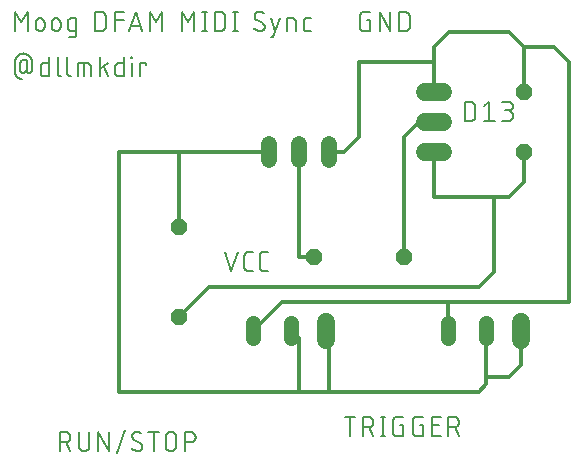
<source format=gbr>
G04 EAGLE Gerber X2 export*
%TF.Part,Single*%
%TF.FileFunction,Copper,L1,Top,Mixed*%
%TF.FilePolarity,Positive*%
%TF.GenerationSoftware,Autodesk,EAGLE,9.0.0*%
%TF.CreationDate,2019-09-16T04:44:38Z*%
G75*
%MOMM*%
%FSLAX34Y34*%
%LPD*%
%AMOC8*
5,1,8,0,0,1.08239X$1,22.5*%
G01*
%ADD10C,0.152400*%
%ADD11P,1.429621X8X112.500000*%
%ADD12C,1.524000*%
%ADD13C,1.320800*%
%ADD14P,1.429621X8X202.500000*%
%ADD15P,1.429621X8X292.500000*%
%ADD16C,1.308000*%
%ADD17C,1.508000*%
%ADD18C,0.304800*%


D10*
X51562Y26162D02*
X51562Y42418D01*
X56078Y42418D01*
X56211Y42416D01*
X56343Y42410D01*
X56475Y42400D01*
X56607Y42387D01*
X56739Y42369D01*
X56869Y42348D01*
X57000Y42323D01*
X57129Y42294D01*
X57257Y42261D01*
X57385Y42225D01*
X57511Y42185D01*
X57636Y42141D01*
X57760Y42093D01*
X57882Y42042D01*
X58003Y41987D01*
X58122Y41929D01*
X58240Y41867D01*
X58355Y41802D01*
X58469Y41733D01*
X58580Y41662D01*
X58689Y41586D01*
X58796Y41508D01*
X58901Y41427D01*
X59003Y41342D01*
X59103Y41255D01*
X59200Y41165D01*
X59295Y41072D01*
X59386Y40976D01*
X59475Y40878D01*
X59561Y40777D01*
X59644Y40673D01*
X59724Y40567D01*
X59800Y40459D01*
X59874Y40349D01*
X59944Y40236D01*
X60011Y40122D01*
X60074Y40005D01*
X60134Y39887D01*
X60191Y39767D01*
X60244Y39645D01*
X60293Y39522D01*
X60339Y39398D01*
X60381Y39272D01*
X60419Y39145D01*
X60454Y39017D01*
X60485Y38888D01*
X60512Y38759D01*
X60535Y38628D01*
X60555Y38497D01*
X60570Y38365D01*
X60582Y38233D01*
X60590Y38101D01*
X60594Y37968D01*
X60594Y37836D01*
X60590Y37703D01*
X60582Y37571D01*
X60570Y37439D01*
X60555Y37307D01*
X60535Y37176D01*
X60512Y37045D01*
X60485Y36916D01*
X60454Y36787D01*
X60419Y36659D01*
X60381Y36532D01*
X60339Y36406D01*
X60293Y36282D01*
X60244Y36159D01*
X60191Y36037D01*
X60134Y35917D01*
X60074Y35799D01*
X60011Y35682D01*
X59944Y35568D01*
X59874Y35455D01*
X59800Y35345D01*
X59724Y35237D01*
X59644Y35131D01*
X59561Y35027D01*
X59475Y34926D01*
X59386Y34828D01*
X59295Y34732D01*
X59200Y34639D01*
X59103Y34549D01*
X59003Y34462D01*
X58901Y34377D01*
X58796Y34296D01*
X58689Y34218D01*
X58580Y34142D01*
X58469Y34071D01*
X58355Y34002D01*
X58240Y33937D01*
X58122Y33875D01*
X58003Y33817D01*
X57882Y33762D01*
X57760Y33711D01*
X57636Y33663D01*
X57511Y33619D01*
X57385Y33579D01*
X57257Y33543D01*
X57129Y33510D01*
X57000Y33481D01*
X56869Y33456D01*
X56739Y33435D01*
X56607Y33417D01*
X56475Y33404D01*
X56343Y33394D01*
X56211Y33388D01*
X56078Y33386D01*
X56078Y33387D02*
X51562Y33387D01*
X56981Y33387D02*
X60593Y26162D01*
X67623Y30678D02*
X67623Y42418D01*
X67622Y30678D02*
X67624Y30545D01*
X67630Y30413D01*
X67640Y30281D01*
X67653Y30149D01*
X67671Y30017D01*
X67692Y29887D01*
X67717Y29756D01*
X67746Y29627D01*
X67779Y29499D01*
X67815Y29371D01*
X67855Y29245D01*
X67899Y29120D01*
X67947Y28996D01*
X67998Y28874D01*
X68053Y28753D01*
X68111Y28634D01*
X68173Y28516D01*
X68238Y28401D01*
X68307Y28287D01*
X68378Y28176D01*
X68454Y28067D01*
X68532Y27960D01*
X68613Y27855D01*
X68698Y27753D01*
X68785Y27653D01*
X68875Y27556D01*
X68968Y27461D01*
X69064Y27370D01*
X69162Y27281D01*
X69263Y27195D01*
X69367Y27112D01*
X69473Y27032D01*
X69581Y26956D01*
X69691Y26882D01*
X69804Y26812D01*
X69918Y26745D01*
X70035Y26682D01*
X70153Y26622D01*
X70273Y26565D01*
X70395Y26512D01*
X70518Y26463D01*
X70642Y26417D01*
X70768Y26375D01*
X70895Y26337D01*
X71023Y26302D01*
X71152Y26271D01*
X71281Y26244D01*
X71412Y26221D01*
X71543Y26201D01*
X71675Y26186D01*
X71807Y26174D01*
X71939Y26166D01*
X72072Y26162D01*
X72204Y26162D01*
X72337Y26166D01*
X72469Y26174D01*
X72601Y26186D01*
X72733Y26201D01*
X72864Y26221D01*
X72995Y26244D01*
X73124Y26271D01*
X73253Y26302D01*
X73381Y26337D01*
X73508Y26375D01*
X73634Y26417D01*
X73758Y26463D01*
X73881Y26512D01*
X74003Y26565D01*
X74123Y26622D01*
X74241Y26682D01*
X74358Y26745D01*
X74472Y26812D01*
X74585Y26882D01*
X74695Y26956D01*
X74803Y27032D01*
X74909Y27112D01*
X75013Y27195D01*
X75114Y27281D01*
X75212Y27370D01*
X75308Y27461D01*
X75401Y27556D01*
X75491Y27653D01*
X75578Y27753D01*
X75663Y27855D01*
X75744Y27960D01*
X75822Y28067D01*
X75898Y28176D01*
X75969Y28287D01*
X76038Y28401D01*
X76103Y28516D01*
X76165Y28634D01*
X76223Y28753D01*
X76278Y28874D01*
X76329Y28996D01*
X76377Y29120D01*
X76421Y29245D01*
X76461Y29371D01*
X76497Y29499D01*
X76530Y29627D01*
X76559Y29756D01*
X76584Y29887D01*
X76605Y30017D01*
X76623Y30149D01*
X76636Y30281D01*
X76646Y30413D01*
X76652Y30545D01*
X76654Y30678D01*
X76654Y42418D01*
X84296Y42418D02*
X84296Y26162D01*
X93327Y26162D02*
X84296Y42418D01*
X93327Y42418D02*
X93327Y26162D01*
X99788Y24356D02*
X107013Y44224D01*
X121463Y29774D02*
X121461Y29656D01*
X121455Y29538D01*
X121446Y29420D01*
X121432Y29303D01*
X121415Y29186D01*
X121394Y29069D01*
X121369Y28954D01*
X121340Y28839D01*
X121307Y28725D01*
X121271Y28613D01*
X121231Y28502D01*
X121188Y28392D01*
X121141Y28283D01*
X121091Y28176D01*
X121036Y28071D01*
X120979Y27968D01*
X120918Y27867D01*
X120854Y27767D01*
X120787Y27670D01*
X120717Y27575D01*
X120643Y27483D01*
X120567Y27392D01*
X120487Y27305D01*
X120405Y27220D01*
X120320Y27138D01*
X120233Y27058D01*
X120142Y26982D01*
X120050Y26908D01*
X119955Y26838D01*
X119858Y26771D01*
X119758Y26707D01*
X119657Y26646D01*
X119554Y26589D01*
X119449Y26534D01*
X119342Y26484D01*
X119233Y26437D01*
X119123Y26394D01*
X119012Y26354D01*
X118900Y26318D01*
X118786Y26285D01*
X118671Y26256D01*
X118556Y26231D01*
X118439Y26210D01*
X118322Y26193D01*
X118205Y26179D01*
X118087Y26170D01*
X117969Y26164D01*
X117851Y26162D01*
X117668Y26164D01*
X117486Y26171D01*
X117304Y26182D01*
X117122Y26197D01*
X116940Y26217D01*
X116759Y26240D01*
X116579Y26269D01*
X116399Y26301D01*
X116220Y26338D01*
X116043Y26379D01*
X115866Y26425D01*
X115690Y26474D01*
X115516Y26528D01*
X115342Y26586D01*
X115171Y26648D01*
X115001Y26714D01*
X114832Y26785D01*
X114665Y26859D01*
X114500Y26937D01*
X114337Y27019D01*
X114176Y27105D01*
X114017Y27195D01*
X113860Y27289D01*
X113706Y27386D01*
X113554Y27487D01*
X113404Y27592D01*
X113257Y27700D01*
X113113Y27811D01*
X112971Y27926D01*
X112832Y28045D01*
X112696Y28167D01*
X112563Y28292D01*
X112433Y28420D01*
X112884Y38806D02*
X112886Y38924D01*
X112892Y39042D01*
X112901Y39160D01*
X112915Y39277D01*
X112932Y39394D01*
X112953Y39511D01*
X112978Y39626D01*
X113007Y39741D01*
X113040Y39855D01*
X113076Y39967D01*
X113116Y40078D01*
X113159Y40188D01*
X113206Y40297D01*
X113256Y40404D01*
X113311Y40509D01*
X113368Y40612D01*
X113429Y40713D01*
X113493Y40813D01*
X113560Y40910D01*
X113630Y41005D01*
X113704Y41097D01*
X113780Y41188D01*
X113860Y41275D01*
X113942Y41360D01*
X114027Y41442D01*
X114114Y41522D01*
X114205Y41598D01*
X114297Y41672D01*
X114392Y41742D01*
X114489Y41809D01*
X114589Y41873D01*
X114690Y41934D01*
X114793Y41992D01*
X114898Y42046D01*
X115005Y42096D01*
X115114Y42143D01*
X115224Y42187D01*
X115335Y42226D01*
X115448Y42262D01*
X115561Y42295D01*
X115676Y42324D01*
X115791Y42349D01*
X115908Y42370D01*
X116025Y42387D01*
X116142Y42401D01*
X116260Y42410D01*
X116378Y42416D01*
X116496Y42418D01*
X116657Y42416D01*
X116819Y42410D01*
X116980Y42401D01*
X117141Y42387D01*
X117301Y42370D01*
X117461Y42349D01*
X117621Y42324D01*
X117780Y42295D01*
X117938Y42263D01*
X118095Y42227D01*
X118251Y42187D01*
X118407Y42143D01*
X118561Y42095D01*
X118714Y42044D01*
X118866Y41990D01*
X119017Y41931D01*
X119166Y41870D01*
X119313Y41804D01*
X119459Y41735D01*
X119604Y41663D01*
X119746Y41587D01*
X119887Y41508D01*
X120026Y41426D01*
X120162Y41340D01*
X120297Y41251D01*
X120430Y41159D01*
X120560Y41063D01*
X114690Y35645D02*
X114589Y35707D01*
X114489Y35772D01*
X114392Y35841D01*
X114297Y35913D01*
X114204Y35987D01*
X114114Y36065D01*
X114026Y36146D01*
X113941Y36229D01*
X113859Y36315D01*
X113780Y36404D01*
X113703Y36495D01*
X113630Y36589D01*
X113559Y36685D01*
X113492Y36783D01*
X113428Y36883D01*
X113367Y36986D01*
X113310Y37090D01*
X113256Y37196D01*
X113206Y37304D01*
X113159Y37413D01*
X113115Y37524D01*
X113075Y37636D01*
X113039Y37750D01*
X113007Y37864D01*
X112978Y37980D01*
X112953Y38096D01*
X112932Y38213D01*
X112915Y38331D01*
X112901Y38449D01*
X112892Y38568D01*
X112886Y38687D01*
X112884Y38806D01*
X119657Y32935D02*
X119758Y32873D01*
X119858Y32808D01*
X119955Y32739D01*
X120050Y32667D01*
X120143Y32593D01*
X120233Y32515D01*
X120321Y32434D01*
X120406Y32351D01*
X120488Y32265D01*
X120567Y32176D01*
X120644Y32085D01*
X120717Y31991D01*
X120788Y31895D01*
X120855Y31797D01*
X120919Y31697D01*
X120980Y31594D01*
X121037Y31490D01*
X121091Y31384D01*
X121141Y31276D01*
X121188Y31167D01*
X121232Y31056D01*
X121272Y30944D01*
X121308Y30830D01*
X121340Y30716D01*
X121369Y30600D01*
X121394Y30484D01*
X121415Y30367D01*
X121432Y30249D01*
X121446Y30131D01*
X121455Y30012D01*
X121461Y29893D01*
X121463Y29774D01*
X119657Y32935D02*
X114690Y35645D01*
X131016Y42418D02*
X131016Y26162D01*
X126500Y42418D02*
X135531Y42418D01*
X141090Y37902D02*
X141090Y30678D01*
X141089Y37902D02*
X141091Y38035D01*
X141097Y38167D01*
X141107Y38299D01*
X141120Y38431D01*
X141138Y38563D01*
X141159Y38693D01*
X141184Y38824D01*
X141213Y38953D01*
X141246Y39081D01*
X141282Y39209D01*
X141322Y39335D01*
X141366Y39460D01*
X141414Y39584D01*
X141465Y39706D01*
X141520Y39827D01*
X141578Y39946D01*
X141640Y40064D01*
X141705Y40179D01*
X141774Y40293D01*
X141845Y40404D01*
X141921Y40513D01*
X141999Y40620D01*
X142080Y40725D01*
X142165Y40827D01*
X142252Y40927D01*
X142342Y41024D01*
X142435Y41119D01*
X142531Y41210D01*
X142629Y41299D01*
X142730Y41385D01*
X142834Y41468D01*
X142940Y41548D01*
X143048Y41624D01*
X143158Y41698D01*
X143271Y41768D01*
X143385Y41835D01*
X143502Y41898D01*
X143620Y41958D01*
X143740Y42015D01*
X143862Y42068D01*
X143985Y42117D01*
X144109Y42163D01*
X144235Y42205D01*
X144362Y42243D01*
X144490Y42278D01*
X144619Y42309D01*
X144748Y42336D01*
X144879Y42359D01*
X145010Y42379D01*
X145142Y42394D01*
X145274Y42406D01*
X145406Y42414D01*
X145539Y42418D01*
X145671Y42418D01*
X145804Y42414D01*
X145936Y42406D01*
X146068Y42394D01*
X146200Y42379D01*
X146331Y42359D01*
X146462Y42336D01*
X146591Y42309D01*
X146720Y42278D01*
X146848Y42243D01*
X146975Y42205D01*
X147101Y42163D01*
X147225Y42117D01*
X147348Y42068D01*
X147470Y42015D01*
X147590Y41958D01*
X147708Y41898D01*
X147825Y41835D01*
X147939Y41768D01*
X148052Y41698D01*
X148162Y41624D01*
X148270Y41548D01*
X148376Y41468D01*
X148480Y41385D01*
X148581Y41299D01*
X148679Y41210D01*
X148775Y41119D01*
X148868Y41024D01*
X148958Y40927D01*
X149045Y40827D01*
X149130Y40725D01*
X149211Y40620D01*
X149289Y40513D01*
X149365Y40404D01*
X149436Y40293D01*
X149505Y40179D01*
X149570Y40064D01*
X149632Y39946D01*
X149690Y39827D01*
X149745Y39706D01*
X149796Y39584D01*
X149844Y39460D01*
X149888Y39335D01*
X149928Y39209D01*
X149964Y39081D01*
X149997Y38953D01*
X150026Y38824D01*
X150051Y38693D01*
X150072Y38563D01*
X150090Y38431D01*
X150103Y38299D01*
X150113Y38167D01*
X150119Y38035D01*
X150121Y37902D01*
X150121Y30678D01*
X150119Y30545D01*
X150113Y30413D01*
X150103Y30281D01*
X150090Y30149D01*
X150072Y30017D01*
X150051Y29887D01*
X150026Y29756D01*
X149997Y29627D01*
X149964Y29499D01*
X149928Y29371D01*
X149888Y29245D01*
X149844Y29120D01*
X149796Y28996D01*
X149745Y28874D01*
X149690Y28753D01*
X149632Y28634D01*
X149570Y28516D01*
X149505Y28401D01*
X149436Y28287D01*
X149365Y28176D01*
X149289Y28067D01*
X149211Y27960D01*
X149130Y27855D01*
X149045Y27753D01*
X148958Y27653D01*
X148868Y27556D01*
X148775Y27461D01*
X148679Y27370D01*
X148581Y27281D01*
X148480Y27195D01*
X148376Y27112D01*
X148270Y27032D01*
X148162Y26956D01*
X148052Y26882D01*
X147939Y26812D01*
X147825Y26745D01*
X147708Y26682D01*
X147590Y26622D01*
X147470Y26565D01*
X147348Y26512D01*
X147225Y26463D01*
X147101Y26417D01*
X146975Y26375D01*
X146848Y26337D01*
X146720Y26302D01*
X146591Y26271D01*
X146462Y26244D01*
X146331Y26221D01*
X146200Y26201D01*
X146068Y26186D01*
X145936Y26174D01*
X145804Y26166D01*
X145671Y26162D01*
X145539Y26162D01*
X145406Y26166D01*
X145274Y26174D01*
X145142Y26186D01*
X145010Y26201D01*
X144879Y26221D01*
X144748Y26244D01*
X144619Y26271D01*
X144490Y26302D01*
X144362Y26337D01*
X144235Y26375D01*
X144109Y26417D01*
X143985Y26463D01*
X143862Y26512D01*
X143740Y26565D01*
X143620Y26622D01*
X143502Y26682D01*
X143385Y26745D01*
X143271Y26812D01*
X143158Y26882D01*
X143048Y26956D01*
X142940Y27032D01*
X142834Y27112D01*
X142730Y27195D01*
X142629Y27281D01*
X142531Y27370D01*
X142435Y27461D01*
X142342Y27556D01*
X142252Y27653D01*
X142165Y27753D01*
X142080Y27855D01*
X141999Y27960D01*
X141921Y28067D01*
X141845Y28176D01*
X141774Y28287D01*
X141705Y28401D01*
X141640Y28516D01*
X141578Y28634D01*
X141520Y28753D01*
X141465Y28874D01*
X141414Y28996D01*
X141366Y29120D01*
X141322Y29245D01*
X141282Y29371D01*
X141246Y29499D01*
X141213Y29627D01*
X141184Y29756D01*
X141159Y29887D01*
X141138Y30017D01*
X141120Y30149D01*
X141107Y30281D01*
X141097Y30413D01*
X141091Y30545D01*
X141089Y30678D01*
X157453Y26162D02*
X157453Y42418D01*
X161968Y42418D01*
X162101Y42416D01*
X162233Y42410D01*
X162365Y42400D01*
X162497Y42387D01*
X162629Y42369D01*
X162759Y42348D01*
X162890Y42323D01*
X163019Y42294D01*
X163147Y42261D01*
X163275Y42225D01*
X163401Y42185D01*
X163526Y42141D01*
X163650Y42093D01*
X163772Y42042D01*
X163893Y41987D01*
X164012Y41929D01*
X164130Y41867D01*
X164245Y41802D01*
X164359Y41733D01*
X164470Y41662D01*
X164579Y41586D01*
X164686Y41508D01*
X164791Y41427D01*
X164893Y41342D01*
X164993Y41255D01*
X165090Y41165D01*
X165185Y41072D01*
X165276Y40976D01*
X165365Y40878D01*
X165451Y40777D01*
X165534Y40673D01*
X165614Y40567D01*
X165690Y40459D01*
X165764Y40349D01*
X165834Y40236D01*
X165901Y40122D01*
X165964Y40005D01*
X166024Y39887D01*
X166081Y39767D01*
X166134Y39645D01*
X166183Y39522D01*
X166229Y39398D01*
X166271Y39272D01*
X166309Y39145D01*
X166344Y39017D01*
X166375Y38888D01*
X166402Y38759D01*
X166425Y38628D01*
X166445Y38497D01*
X166460Y38365D01*
X166472Y38233D01*
X166480Y38101D01*
X166484Y37968D01*
X166484Y37836D01*
X166480Y37703D01*
X166472Y37571D01*
X166460Y37439D01*
X166445Y37307D01*
X166425Y37176D01*
X166402Y37045D01*
X166375Y36916D01*
X166344Y36787D01*
X166309Y36659D01*
X166271Y36532D01*
X166229Y36406D01*
X166183Y36282D01*
X166134Y36159D01*
X166081Y36037D01*
X166024Y35917D01*
X165964Y35799D01*
X165901Y35682D01*
X165834Y35568D01*
X165764Y35455D01*
X165690Y35345D01*
X165614Y35237D01*
X165534Y35131D01*
X165451Y35027D01*
X165365Y34926D01*
X165276Y34828D01*
X165185Y34732D01*
X165090Y34639D01*
X164993Y34549D01*
X164893Y34462D01*
X164791Y34377D01*
X164686Y34296D01*
X164579Y34218D01*
X164470Y34142D01*
X164359Y34071D01*
X164245Y34002D01*
X164130Y33937D01*
X164012Y33875D01*
X163893Y33817D01*
X163772Y33762D01*
X163650Y33711D01*
X163526Y33663D01*
X163401Y33619D01*
X163275Y33579D01*
X163147Y33543D01*
X163019Y33510D01*
X162890Y33481D01*
X162759Y33456D01*
X162629Y33435D01*
X162497Y33417D01*
X162365Y33404D01*
X162233Y33394D01*
X162101Y33388D01*
X161968Y33386D01*
X161968Y33387D02*
X157453Y33387D01*
X394462Y305562D02*
X394462Y321818D01*
X398978Y321818D01*
X399109Y321816D01*
X399241Y321810D01*
X399372Y321801D01*
X399502Y321787D01*
X399633Y321770D01*
X399762Y321749D01*
X399891Y321725D01*
X400019Y321696D01*
X400147Y321664D01*
X400273Y321628D01*
X400398Y321589D01*
X400523Y321546D01*
X400645Y321499D01*
X400767Y321449D01*
X400887Y321395D01*
X401005Y321338D01*
X401121Y321277D01*
X401236Y321213D01*
X401349Y321146D01*
X401460Y321075D01*
X401568Y321001D01*
X401675Y320924D01*
X401779Y320844D01*
X401881Y320761D01*
X401980Y320676D01*
X402077Y320587D01*
X402171Y320495D01*
X402263Y320401D01*
X402352Y320304D01*
X402437Y320205D01*
X402520Y320103D01*
X402600Y319999D01*
X402677Y319892D01*
X402751Y319784D01*
X402822Y319673D01*
X402889Y319560D01*
X402953Y319445D01*
X403014Y319329D01*
X403071Y319211D01*
X403125Y319091D01*
X403175Y318969D01*
X403222Y318847D01*
X403265Y318722D01*
X403304Y318597D01*
X403340Y318471D01*
X403372Y318343D01*
X403401Y318215D01*
X403425Y318086D01*
X403446Y317957D01*
X403463Y317826D01*
X403477Y317696D01*
X403486Y317565D01*
X403492Y317433D01*
X403494Y317302D01*
X403493Y317302D02*
X403493Y310078D01*
X403494Y310078D02*
X403492Y309947D01*
X403486Y309815D01*
X403477Y309684D01*
X403463Y309554D01*
X403446Y309423D01*
X403425Y309294D01*
X403401Y309165D01*
X403372Y309037D01*
X403340Y308909D01*
X403304Y308783D01*
X403265Y308658D01*
X403222Y308533D01*
X403175Y308411D01*
X403125Y308289D01*
X403071Y308169D01*
X403014Y308051D01*
X402953Y307935D01*
X402889Y307820D01*
X402822Y307707D01*
X402751Y307596D01*
X402677Y307488D01*
X402600Y307381D01*
X402520Y307277D01*
X402437Y307175D01*
X402352Y307076D01*
X402263Y306979D01*
X402171Y306885D01*
X402077Y306793D01*
X401980Y306704D01*
X401881Y306619D01*
X401779Y306536D01*
X401675Y306456D01*
X401568Y306379D01*
X401460Y306305D01*
X401349Y306234D01*
X401236Y306167D01*
X401121Y306103D01*
X401005Y306042D01*
X400887Y305985D01*
X400767Y305931D01*
X400645Y305881D01*
X400523Y305834D01*
X400398Y305791D01*
X400273Y305752D01*
X400147Y305716D01*
X400019Y305684D01*
X399891Y305655D01*
X399762Y305631D01*
X399632Y305610D01*
X399502Y305593D01*
X399372Y305579D01*
X399241Y305570D01*
X399109Y305564D01*
X398978Y305562D01*
X394462Y305562D01*
X410614Y318206D02*
X415130Y321818D01*
X415130Y305562D01*
X419645Y305562D02*
X410614Y305562D01*
X426246Y305562D02*
X430761Y305562D01*
X430894Y305564D01*
X431026Y305570D01*
X431158Y305580D01*
X431290Y305593D01*
X431422Y305611D01*
X431552Y305632D01*
X431683Y305657D01*
X431812Y305686D01*
X431940Y305719D01*
X432068Y305755D01*
X432194Y305795D01*
X432319Y305839D01*
X432443Y305887D01*
X432565Y305938D01*
X432686Y305993D01*
X432805Y306051D01*
X432923Y306113D01*
X433038Y306178D01*
X433152Y306247D01*
X433263Y306318D01*
X433372Y306394D01*
X433479Y306472D01*
X433584Y306553D01*
X433686Y306638D01*
X433786Y306725D01*
X433883Y306815D01*
X433978Y306908D01*
X434069Y307004D01*
X434158Y307102D01*
X434244Y307203D01*
X434327Y307307D01*
X434407Y307413D01*
X434483Y307521D01*
X434557Y307631D01*
X434627Y307744D01*
X434694Y307858D01*
X434757Y307975D01*
X434817Y308093D01*
X434874Y308213D01*
X434927Y308335D01*
X434976Y308458D01*
X435022Y308582D01*
X435064Y308708D01*
X435102Y308835D01*
X435137Y308963D01*
X435168Y309092D01*
X435195Y309221D01*
X435218Y309352D01*
X435238Y309483D01*
X435253Y309615D01*
X435265Y309747D01*
X435273Y309879D01*
X435277Y310012D01*
X435277Y310144D01*
X435273Y310277D01*
X435265Y310409D01*
X435253Y310541D01*
X435238Y310673D01*
X435218Y310804D01*
X435195Y310935D01*
X435168Y311064D01*
X435137Y311193D01*
X435102Y311321D01*
X435064Y311448D01*
X435022Y311574D01*
X434976Y311698D01*
X434927Y311821D01*
X434874Y311943D01*
X434817Y312063D01*
X434757Y312181D01*
X434694Y312298D01*
X434627Y312412D01*
X434557Y312525D01*
X434483Y312635D01*
X434407Y312743D01*
X434327Y312849D01*
X434244Y312953D01*
X434158Y313054D01*
X434069Y313152D01*
X433978Y313248D01*
X433883Y313341D01*
X433786Y313431D01*
X433686Y313518D01*
X433584Y313603D01*
X433479Y313684D01*
X433372Y313762D01*
X433263Y313838D01*
X433152Y313909D01*
X433038Y313978D01*
X432923Y314043D01*
X432805Y314105D01*
X432686Y314163D01*
X432565Y314218D01*
X432443Y314269D01*
X432319Y314317D01*
X432194Y314361D01*
X432068Y314401D01*
X431940Y314437D01*
X431812Y314470D01*
X431683Y314499D01*
X431552Y314524D01*
X431422Y314545D01*
X431290Y314563D01*
X431158Y314576D01*
X431026Y314586D01*
X430894Y314592D01*
X430761Y314594D01*
X431664Y321818D02*
X426246Y321818D01*
X431664Y321818D02*
X431783Y321816D01*
X431903Y321810D01*
X432022Y321800D01*
X432140Y321786D01*
X432259Y321769D01*
X432376Y321747D01*
X432493Y321722D01*
X432608Y321692D01*
X432723Y321659D01*
X432837Y321622D01*
X432949Y321582D01*
X433060Y321537D01*
X433169Y321489D01*
X433277Y321438D01*
X433383Y321383D01*
X433487Y321324D01*
X433589Y321262D01*
X433689Y321197D01*
X433787Y321128D01*
X433883Y321056D01*
X433976Y320981D01*
X434066Y320904D01*
X434154Y320823D01*
X434239Y320739D01*
X434321Y320652D01*
X434401Y320563D01*
X434477Y320471D01*
X434551Y320377D01*
X434621Y320280D01*
X434688Y320182D01*
X434752Y320081D01*
X434812Y319977D01*
X434869Y319872D01*
X434922Y319765D01*
X434972Y319657D01*
X435018Y319547D01*
X435060Y319435D01*
X435099Y319322D01*
X435134Y319208D01*
X435165Y319093D01*
X435193Y318976D01*
X435216Y318859D01*
X435236Y318742D01*
X435252Y318623D01*
X435264Y318504D01*
X435272Y318385D01*
X435276Y318266D01*
X435276Y318146D01*
X435272Y318027D01*
X435264Y317908D01*
X435252Y317789D01*
X435236Y317670D01*
X435216Y317553D01*
X435193Y317436D01*
X435165Y317319D01*
X435134Y317204D01*
X435099Y317090D01*
X435060Y316977D01*
X435018Y316865D01*
X434972Y316755D01*
X434922Y316647D01*
X434869Y316540D01*
X434812Y316435D01*
X434752Y316331D01*
X434688Y316230D01*
X434621Y316132D01*
X434551Y316035D01*
X434477Y315941D01*
X434401Y315849D01*
X434321Y315760D01*
X434239Y315673D01*
X434154Y315589D01*
X434066Y315508D01*
X433976Y315431D01*
X433883Y315356D01*
X433787Y315284D01*
X433689Y315215D01*
X433589Y315150D01*
X433487Y315088D01*
X433383Y315029D01*
X433277Y314974D01*
X433169Y314923D01*
X433060Y314875D01*
X432949Y314830D01*
X432837Y314790D01*
X432723Y314753D01*
X432608Y314720D01*
X432493Y314690D01*
X432376Y314665D01*
X432259Y314643D01*
X432140Y314626D01*
X432022Y314612D01*
X431903Y314602D01*
X431783Y314596D01*
X431664Y314594D01*
X431664Y314593D02*
X428052Y314593D01*
X191262Y194818D02*
X196681Y178562D01*
X202099Y194818D01*
X211369Y178562D02*
X214982Y178562D01*
X211369Y178562D02*
X211251Y178564D01*
X211133Y178570D01*
X211015Y178579D01*
X210898Y178593D01*
X210781Y178610D01*
X210664Y178631D01*
X210549Y178656D01*
X210434Y178685D01*
X210320Y178718D01*
X210208Y178754D01*
X210097Y178794D01*
X209987Y178837D01*
X209878Y178884D01*
X209771Y178934D01*
X209666Y178989D01*
X209563Y179046D01*
X209462Y179107D01*
X209362Y179171D01*
X209265Y179238D01*
X209170Y179308D01*
X209078Y179382D01*
X208987Y179458D01*
X208900Y179538D01*
X208815Y179620D01*
X208733Y179705D01*
X208653Y179792D01*
X208577Y179883D01*
X208503Y179975D01*
X208433Y180070D01*
X208366Y180167D01*
X208302Y180267D01*
X208241Y180368D01*
X208184Y180471D01*
X208129Y180576D01*
X208079Y180683D01*
X208032Y180792D01*
X207989Y180902D01*
X207949Y181013D01*
X207913Y181125D01*
X207880Y181239D01*
X207851Y181354D01*
X207826Y181469D01*
X207805Y181586D01*
X207788Y181703D01*
X207774Y181820D01*
X207765Y181938D01*
X207759Y182056D01*
X207757Y182174D01*
X207757Y191206D01*
X207759Y191324D01*
X207765Y191442D01*
X207774Y191560D01*
X207788Y191677D01*
X207805Y191794D01*
X207826Y191911D01*
X207851Y192026D01*
X207880Y192141D01*
X207913Y192255D01*
X207949Y192367D01*
X207989Y192478D01*
X208032Y192588D01*
X208079Y192697D01*
X208129Y192804D01*
X208183Y192909D01*
X208241Y193012D01*
X208302Y193113D01*
X208366Y193213D01*
X208433Y193310D01*
X208503Y193405D01*
X208577Y193497D01*
X208653Y193588D01*
X208733Y193675D01*
X208815Y193760D01*
X208900Y193842D01*
X208987Y193922D01*
X209078Y193998D01*
X209170Y194072D01*
X209265Y194142D01*
X209362Y194209D01*
X209462Y194273D01*
X209563Y194334D01*
X209666Y194391D01*
X209771Y194445D01*
X209878Y194496D01*
X209987Y194543D01*
X210097Y194586D01*
X210208Y194626D01*
X210320Y194662D01*
X210434Y194695D01*
X210549Y194724D01*
X210664Y194749D01*
X210781Y194770D01*
X210898Y194787D01*
X211015Y194801D01*
X211133Y194810D01*
X211251Y194816D01*
X211369Y194818D01*
X214982Y194818D01*
X224395Y178562D02*
X228008Y178562D01*
X224395Y178562D02*
X224277Y178564D01*
X224159Y178570D01*
X224041Y178579D01*
X223924Y178593D01*
X223807Y178610D01*
X223690Y178631D01*
X223575Y178656D01*
X223460Y178685D01*
X223346Y178718D01*
X223234Y178754D01*
X223123Y178794D01*
X223013Y178837D01*
X222904Y178884D01*
X222797Y178934D01*
X222692Y178989D01*
X222589Y179046D01*
X222488Y179107D01*
X222388Y179171D01*
X222291Y179238D01*
X222196Y179308D01*
X222104Y179382D01*
X222013Y179458D01*
X221926Y179538D01*
X221841Y179620D01*
X221759Y179705D01*
X221679Y179792D01*
X221603Y179883D01*
X221529Y179975D01*
X221459Y180070D01*
X221392Y180167D01*
X221328Y180267D01*
X221267Y180368D01*
X221210Y180471D01*
X221155Y180576D01*
X221105Y180683D01*
X221058Y180792D01*
X221015Y180902D01*
X220975Y181013D01*
X220939Y181125D01*
X220906Y181239D01*
X220877Y181354D01*
X220852Y181469D01*
X220831Y181586D01*
X220814Y181703D01*
X220800Y181820D01*
X220791Y181938D01*
X220785Y182056D01*
X220783Y182174D01*
X220783Y191206D01*
X220785Y191324D01*
X220791Y191442D01*
X220800Y191560D01*
X220814Y191677D01*
X220831Y191794D01*
X220852Y191911D01*
X220877Y192026D01*
X220906Y192141D01*
X220939Y192255D01*
X220975Y192367D01*
X221015Y192478D01*
X221058Y192588D01*
X221105Y192697D01*
X221155Y192804D01*
X221209Y192909D01*
X221267Y193012D01*
X221328Y193113D01*
X221392Y193213D01*
X221459Y193310D01*
X221529Y193405D01*
X221603Y193497D01*
X221679Y193588D01*
X221759Y193675D01*
X221841Y193760D01*
X221926Y193842D01*
X222013Y193922D01*
X222104Y193998D01*
X222196Y194072D01*
X222291Y194142D01*
X222388Y194209D01*
X222488Y194273D01*
X222589Y194334D01*
X222692Y194391D01*
X222797Y194445D01*
X222904Y194496D01*
X223013Y194543D01*
X223123Y194586D01*
X223234Y194626D01*
X223346Y194662D01*
X223460Y194695D01*
X223575Y194724D01*
X223690Y194749D01*
X223807Y194770D01*
X223924Y194787D01*
X224041Y194801D01*
X224159Y194810D01*
X224277Y194816D01*
X224395Y194818D01*
X228008Y194818D01*
X297378Y55118D02*
X297378Y38862D01*
X292862Y55118D02*
X301893Y55118D01*
X308064Y55118D02*
X308064Y38862D01*
X308064Y55118D02*
X312579Y55118D01*
X312712Y55116D01*
X312844Y55110D01*
X312976Y55100D01*
X313108Y55087D01*
X313240Y55069D01*
X313370Y55048D01*
X313501Y55023D01*
X313630Y54994D01*
X313758Y54961D01*
X313886Y54925D01*
X314012Y54885D01*
X314137Y54841D01*
X314261Y54793D01*
X314383Y54742D01*
X314504Y54687D01*
X314623Y54629D01*
X314741Y54567D01*
X314856Y54502D01*
X314970Y54433D01*
X315081Y54362D01*
X315190Y54286D01*
X315297Y54208D01*
X315402Y54127D01*
X315504Y54042D01*
X315604Y53955D01*
X315701Y53865D01*
X315796Y53772D01*
X315887Y53676D01*
X315976Y53578D01*
X316062Y53477D01*
X316145Y53373D01*
X316225Y53267D01*
X316301Y53159D01*
X316375Y53049D01*
X316445Y52936D01*
X316512Y52822D01*
X316575Y52705D01*
X316635Y52587D01*
X316692Y52467D01*
X316745Y52345D01*
X316794Y52222D01*
X316840Y52098D01*
X316882Y51972D01*
X316920Y51845D01*
X316955Y51717D01*
X316986Y51588D01*
X317013Y51459D01*
X317036Y51328D01*
X317056Y51197D01*
X317071Y51065D01*
X317083Y50933D01*
X317091Y50801D01*
X317095Y50668D01*
X317095Y50536D01*
X317091Y50403D01*
X317083Y50271D01*
X317071Y50139D01*
X317056Y50007D01*
X317036Y49876D01*
X317013Y49745D01*
X316986Y49616D01*
X316955Y49487D01*
X316920Y49359D01*
X316882Y49232D01*
X316840Y49106D01*
X316794Y48982D01*
X316745Y48859D01*
X316692Y48737D01*
X316635Y48617D01*
X316575Y48499D01*
X316512Y48382D01*
X316445Y48268D01*
X316375Y48155D01*
X316301Y48045D01*
X316225Y47937D01*
X316145Y47831D01*
X316062Y47727D01*
X315976Y47626D01*
X315887Y47528D01*
X315796Y47432D01*
X315701Y47339D01*
X315604Y47249D01*
X315504Y47162D01*
X315402Y47077D01*
X315297Y46996D01*
X315190Y46918D01*
X315081Y46842D01*
X314970Y46771D01*
X314856Y46702D01*
X314741Y46637D01*
X314623Y46575D01*
X314504Y46517D01*
X314383Y46462D01*
X314261Y46411D01*
X314137Y46363D01*
X314012Y46319D01*
X313886Y46279D01*
X313758Y46243D01*
X313630Y46210D01*
X313501Y46181D01*
X313370Y46156D01*
X313240Y46135D01*
X313108Y46117D01*
X312976Y46104D01*
X312844Y46094D01*
X312712Y46088D01*
X312579Y46086D01*
X312579Y46087D02*
X308064Y46087D01*
X313482Y46087D02*
X317095Y38862D01*
X324993Y38862D02*
X324993Y55118D01*
X323187Y38862D02*
X326799Y38862D01*
X326799Y55118D02*
X323187Y55118D01*
X339825Y47893D02*
X342534Y47893D01*
X342534Y38862D01*
X337116Y38862D01*
X336998Y38864D01*
X336880Y38870D01*
X336762Y38879D01*
X336645Y38893D01*
X336528Y38910D01*
X336411Y38931D01*
X336296Y38956D01*
X336181Y38985D01*
X336067Y39018D01*
X335955Y39054D01*
X335844Y39094D01*
X335734Y39137D01*
X335625Y39184D01*
X335518Y39234D01*
X335413Y39289D01*
X335310Y39346D01*
X335209Y39407D01*
X335109Y39471D01*
X335012Y39538D01*
X334917Y39608D01*
X334825Y39682D01*
X334734Y39758D01*
X334647Y39838D01*
X334562Y39920D01*
X334480Y40005D01*
X334400Y40092D01*
X334324Y40183D01*
X334250Y40275D01*
X334180Y40370D01*
X334113Y40467D01*
X334049Y40567D01*
X333988Y40668D01*
X333931Y40771D01*
X333876Y40876D01*
X333826Y40983D01*
X333779Y41092D01*
X333736Y41202D01*
X333696Y41313D01*
X333660Y41425D01*
X333627Y41539D01*
X333598Y41654D01*
X333573Y41769D01*
X333552Y41886D01*
X333535Y42003D01*
X333521Y42120D01*
X333512Y42238D01*
X333506Y42356D01*
X333504Y42474D01*
X333503Y42474D02*
X333503Y51506D01*
X333504Y51506D02*
X333506Y51624D01*
X333512Y51742D01*
X333521Y51860D01*
X333535Y51977D01*
X333552Y52094D01*
X333573Y52211D01*
X333598Y52326D01*
X333627Y52441D01*
X333660Y52555D01*
X333696Y52667D01*
X333736Y52778D01*
X333779Y52888D01*
X333826Y52997D01*
X333876Y53104D01*
X333930Y53209D01*
X333988Y53312D01*
X334049Y53413D01*
X334113Y53513D01*
X334180Y53610D01*
X334250Y53705D01*
X334324Y53797D01*
X334400Y53888D01*
X334480Y53975D01*
X334562Y54060D01*
X334647Y54142D01*
X334734Y54222D01*
X334825Y54298D01*
X334917Y54372D01*
X335012Y54442D01*
X335109Y54509D01*
X335209Y54573D01*
X335310Y54634D01*
X335413Y54691D01*
X335518Y54745D01*
X335625Y54796D01*
X335734Y54843D01*
X335844Y54886D01*
X335955Y54926D01*
X336067Y54962D01*
X336181Y54995D01*
X336296Y55024D01*
X336411Y55049D01*
X336528Y55070D01*
X336645Y55087D01*
X336762Y55101D01*
X336880Y55110D01*
X336998Y55116D01*
X337116Y55118D01*
X342534Y55118D01*
X356498Y47893D02*
X359208Y47893D01*
X359208Y38862D01*
X353789Y38862D01*
X353671Y38864D01*
X353553Y38870D01*
X353435Y38879D01*
X353318Y38893D01*
X353201Y38910D01*
X353084Y38931D01*
X352969Y38956D01*
X352854Y38985D01*
X352740Y39018D01*
X352628Y39054D01*
X352517Y39094D01*
X352407Y39137D01*
X352298Y39184D01*
X352191Y39234D01*
X352086Y39289D01*
X351983Y39346D01*
X351882Y39407D01*
X351782Y39471D01*
X351685Y39538D01*
X351590Y39608D01*
X351498Y39682D01*
X351407Y39758D01*
X351320Y39838D01*
X351235Y39920D01*
X351153Y40005D01*
X351073Y40092D01*
X350997Y40183D01*
X350923Y40275D01*
X350853Y40370D01*
X350786Y40467D01*
X350722Y40567D01*
X350661Y40668D01*
X350604Y40771D01*
X350549Y40876D01*
X350499Y40983D01*
X350452Y41092D01*
X350409Y41202D01*
X350369Y41313D01*
X350333Y41425D01*
X350300Y41539D01*
X350271Y41654D01*
X350246Y41769D01*
X350225Y41886D01*
X350208Y42003D01*
X350194Y42120D01*
X350185Y42238D01*
X350179Y42356D01*
X350177Y42474D01*
X350177Y51506D01*
X350179Y51624D01*
X350185Y51742D01*
X350194Y51860D01*
X350208Y51977D01*
X350225Y52094D01*
X350246Y52211D01*
X350271Y52326D01*
X350300Y52441D01*
X350333Y52555D01*
X350369Y52667D01*
X350409Y52778D01*
X350452Y52888D01*
X350499Y52997D01*
X350549Y53104D01*
X350603Y53209D01*
X350661Y53312D01*
X350722Y53413D01*
X350786Y53513D01*
X350853Y53610D01*
X350923Y53705D01*
X350997Y53797D01*
X351073Y53888D01*
X351153Y53975D01*
X351235Y54060D01*
X351320Y54142D01*
X351407Y54222D01*
X351498Y54298D01*
X351590Y54372D01*
X351685Y54442D01*
X351782Y54509D01*
X351882Y54573D01*
X351983Y54634D01*
X352086Y54691D01*
X352191Y54745D01*
X352298Y54796D01*
X352407Y54843D01*
X352517Y54886D01*
X352628Y54926D01*
X352740Y54962D01*
X352854Y54995D01*
X352969Y55024D01*
X353084Y55049D01*
X353201Y55070D01*
X353318Y55087D01*
X353435Y55101D01*
X353553Y55110D01*
X353671Y55116D01*
X353789Y55118D01*
X359208Y55118D01*
X366880Y38862D02*
X374105Y38862D01*
X366880Y38862D02*
X366880Y55118D01*
X374105Y55118D01*
X372298Y47893D02*
X366880Y47893D01*
X380489Y55118D02*
X380489Y38862D01*
X380489Y55118D02*
X385004Y55118D01*
X385137Y55116D01*
X385269Y55110D01*
X385401Y55100D01*
X385533Y55087D01*
X385665Y55069D01*
X385795Y55048D01*
X385926Y55023D01*
X386055Y54994D01*
X386183Y54961D01*
X386311Y54925D01*
X386437Y54885D01*
X386562Y54841D01*
X386686Y54793D01*
X386808Y54742D01*
X386929Y54687D01*
X387048Y54629D01*
X387166Y54567D01*
X387281Y54502D01*
X387395Y54433D01*
X387506Y54362D01*
X387615Y54286D01*
X387722Y54208D01*
X387827Y54127D01*
X387929Y54042D01*
X388029Y53955D01*
X388126Y53865D01*
X388221Y53772D01*
X388312Y53676D01*
X388401Y53578D01*
X388487Y53477D01*
X388570Y53373D01*
X388650Y53267D01*
X388726Y53159D01*
X388800Y53049D01*
X388870Y52936D01*
X388937Y52822D01*
X389000Y52705D01*
X389060Y52587D01*
X389117Y52467D01*
X389170Y52345D01*
X389219Y52222D01*
X389265Y52098D01*
X389307Y51972D01*
X389345Y51845D01*
X389380Y51717D01*
X389411Y51588D01*
X389438Y51459D01*
X389461Y51328D01*
X389481Y51197D01*
X389496Y51065D01*
X389508Y50933D01*
X389516Y50801D01*
X389520Y50668D01*
X389520Y50536D01*
X389516Y50403D01*
X389508Y50271D01*
X389496Y50139D01*
X389481Y50007D01*
X389461Y49876D01*
X389438Y49745D01*
X389411Y49616D01*
X389380Y49487D01*
X389345Y49359D01*
X389307Y49232D01*
X389265Y49106D01*
X389219Y48982D01*
X389170Y48859D01*
X389117Y48737D01*
X389060Y48617D01*
X389000Y48499D01*
X388937Y48382D01*
X388870Y48268D01*
X388800Y48155D01*
X388726Y48045D01*
X388650Y47937D01*
X388570Y47831D01*
X388487Y47727D01*
X388401Y47626D01*
X388312Y47528D01*
X388221Y47432D01*
X388126Y47339D01*
X388029Y47249D01*
X387929Y47162D01*
X387827Y47077D01*
X387722Y46996D01*
X387615Y46918D01*
X387506Y46842D01*
X387395Y46771D01*
X387281Y46702D01*
X387166Y46637D01*
X387048Y46575D01*
X386929Y46517D01*
X386808Y46462D01*
X386686Y46411D01*
X386562Y46363D01*
X386437Y46319D01*
X386311Y46279D01*
X386183Y46243D01*
X386055Y46210D01*
X385926Y46181D01*
X385795Y46156D01*
X385665Y46135D01*
X385533Y46117D01*
X385401Y46104D01*
X385269Y46094D01*
X385137Y46088D01*
X385004Y46086D01*
X385004Y46087D02*
X380489Y46087D01*
X385907Y46087D02*
X389520Y38862D01*
X314593Y390793D02*
X311884Y390793D01*
X314593Y390793D02*
X314593Y381762D01*
X309174Y381762D01*
X309056Y381764D01*
X308938Y381770D01*
X308820Y381779D01*
X308703Y381793D01*
X308586Y381810D01*
X308469Y381831D01*
X308354Y381856D01*
X308239Y381885D01*
X308125Y381918D01*
X308013Y381954D01*
X307902Y381994D01*
X307792Y382037D01*
X307683Y382084D01*
X307576Y382134D01*
X307471Y382189D01*
X307368Y382246D01*
X307267Y382307D01*
X307167Y382371D01*
X307070Y382438D01*
X306975Y382508D01*
X306883Y382582D01*
X306792Y382658D01*
X306705Y382738D01*
X306620Y382820D01*
X306538Y382905D01*
X306458Y382992D01*
X306382Y383083D01*
X306308Y383175D01*
X306238Y383270D01*
X306171Y383367D01*
X306107Y383467D01*
X306046Y383568D01*
X305989Y383671D01*
X305934Y383776D01*
X305884Y383883D01*
X305837Y383992D01*
X305794Y384102D01*
X305754Y384213D01*
X305718Y384325D01*
X305685Y384439D01*
X305656Y384554D01*
X305631Y384669D01*
X305610Y384786D01*
X305593Y384903D01*
X305579Y385020D01*
X305570Y385138D01*
X305564Y385256D01*
X305562Y385374D01*
X305562Y394406D01*
X305564Y394524D01*
X305570Y394642D01*
X305579Y394760D01*
X305593Y394877D01*
X305610Y394994D01*
X305631Y395111D01*
X305656Y395226D01*
X305685Y395341D01*
X305718Y395455D01*
X305754Y395567D01*
X305794Y395678D01*
X305837Y395788D01*
X305884Y395897D01*
X305934Y396004D01*
X305988Y396109D01*
X306046Y396212D01*
X306107Y396313D01*
X306171Y396413D01*
X306238Y396510D01*
X306308Y396605D01*
X306382Y396697D01*
X306458Y396788D01*
X306538Y396875D01*
X306620Y396960D01*
X306705Y397042D01*
X306792Y397122D01*
X306883Y397198D01*
X306975Y397272D01*
X307070Y397342D01*
X307167Y397409D01*
X307267Y397473D01*
X307368Y397534D01*
X307471Y397591D01*
X307576Y397645D01*
X307683Y397696D01*
X307792Y397743D01*
X307902Y397786D01*
X308013Y397826D01*
X308125Y397862D01*
X308239Y397895D01*
X308354Y397924D01*
X308469Y397949D01*
X308586Y397970D01*
X308703Y397987D01*
X308820Y398001D01*
X308938Y398010D01*
X309056Y398016D01*
X309174Y398018D01*
X314593Y398018D01*
X322235Y398018D02*
X322235Y381762D01*
X331266Y381762D02*
X322235Y398018D01*
X331266Y398018D02*
X331266Y381762D01*
X338909Y381762D02*
X338909Y398018D01*
X343424Y398018D01*
X343555Y398016D01*
X343687Y398010D01*
X343818Y398001D01*
X343948Y397987D01*
X344079Y397970D01*
X344208Y397949D01*
X344337Y397925D01*
X344465Y397896D01*
X344593Y397864D01*
X344719Y397828D01*
X344844Y397789D01*
X344969Y397746D01*
X345091Y397699D01*
X345213Y397649D01*
X345333Y397595D01*
X345451Y397538D01*
X345567Y397477D01*
X345682Y397413D01*
X345795Y397346D01*
X345906Y397275D01*
X346014Y397201D01*
X346121Y397124D01*
X346225Y397044D01*
X346327Y396961D01*
X346426Y396876D01*
X346523Y396787D01*
X346617Y396695D01*
X346709Y396601D01*
X346798Y396504D01*
X346883Y396405D01*
X346966Y396303D01*
X347046Y396199D01*
X347123Y396092D01*
X347197Y395984D01*
X347268Y395873D01*
X347335Y395760D01*
X347399Y395645D01*
X347460Y395529D01*
X347517Y395411D01*
X347571Y395291D01*
X347621Y395169D01*
X347668Y395047D01*
X347711Y394922D01*
X347750Y394797D01*
X347786Y394671D01*
X347818Y394543D01*
X347847Y394415D01*
X347871Y394286D01*
X347892Y394157D01*
X347909Y394026D01*
X347923Y393896D01*
X347932Y393765D01*
X347938Y393633D01*
X347940Y393502D01*
X347940Y386278D01*
X347938Y386147D01*
X347932Y386015D01*
X347923Y385884D01*
X347909Y385754D01*
X347892Y385623D01*
X347871Y385494D01*
X347847Y385365D01*
X347818Y385237D01*
X347786Y385109D01*
X347750Y384983D01*
X347711Y384858D01*
X347668Y384733D01*
X347621Y384611D01*
X347571Y384489D01*
X347517Y384369D01*
X347460Y384251D01*
X347399Y384135D01*
X347335Y384020D01*
X347268Y383907D01*
X347197Y383796D01*
X347123Y383688D01*
X347046Y383581D01*
X346966Y383477D01*
X346883Y383375D01*
X346798Y383276D01*
X346709Y383179D01*
X346617Y383085D01*
X346523Y382993D01*
X346426Y382904D01*
X346327Y382819D01*
X346225Y382736D01*
X346121Y382656D01*
X346014Y382579D01*
X345906Y382505D01*
X345795Y382434D01*
X345682Y382367D01*
X345567Y382303D01*
X345451Y382242D01*
X345333Y382185D01*
X345213Y382131D01*
X345091Y382081D01*
X344969Y382034D01*
X344844Y381991D01*
X344719Y381952D01*
X344593Y381916D01*
X344465Y381884D01*
X344337Y381855D01*
X344208Y381831D01*
X344078Y381810D01*
X343948Y381793D01*
X343818Y381779D01*
X343687Y381770D01*
X343555Y381764D01*
X343424Y381762D01*
X338909Y381762D01*
X13462Y381762D02*
X13462Y398018D01*
X18881Y388987D01*
X24299Y398018D01*
X24299Y381762D01*
X31421Y385374D02*
X31421Y388987D01*
X31423Y389106D01*
X31429Y389226D01*
X31439Y389345D01*
X31453Y389463D01*
X31470Y389582D01*
X31492Y389699D01*
X31517Y389816D01*
X31547Y389931D01*
X31580Y390046D01*
X31617Y390160D01*
X31657Y390272D01*
X31702Y390383D01*
X31750Y390492D01*
X31801Y390600D01*
X31856Y390706D01*
X31915Y390810D01*
X31977Y390912D01*
X32042Y391012D01*
X32111Y391110D01*
X32183Y391206D01*
X32258Y391299D01*
X32335Y391389D01*
X32416Y391477D01*
X32500Y391562D01*
X32587Y391644D01*
X32676Y391724D01*
X32768Y391800D01*
X32862Y391874D01*
X32959Y391944D01*
X33057Y392011D01*
X33158Y392075D01*
X33262Y392135D01*
X33367Y392192D01*
X33474Y392245D01*
X33582Y392295D01*
X33692Y392341D01*
X33804Y392383D01*
X33917Y392422D01*
X34031Y392457D01*
X34146Y392488D01*
X34263Y392516D01*
X34380Y392539D01*
X34497Y392559D01*
X34616Y392575D01*
X34735Y392587D01*
X34854Y392595D01*
X34973Y392599D01*
X35093Y392599D01*
X35212Y392595D01*
X35331Y392587D01*
X35450Y392575D01*
X35569Y392559D01*
X35686Y392539D01*
X35803Y392516D01*
X35920Y392488D01*
X36035Y392457D01*
X36149Y392422D01*
X36262Y392383D01*
X36374Y392341D01*
X36484Y392295D01*
X36592Y392245D01*
X36699Y392192D01*
X36804Y392135D01*
X36908Y392075D01*
X37009Y392011D01*
X37107Y391944D01*
X37204Y391874D01*
X37298Y391800D01*
X37390Y391724D01*
X37479Y391644D01*
X37566Y391562D01*
X37650Y391477D01*
X37731Y391389D01*
X37808Y391299D01*
X37883Y391206D01*
X37955Y391110D01*
X38024Y391012D01*
X38089Y390912D01*
X38151Y390810D01*
X38210Y390706D01*
X38265Y390600D01*
X38316Y390492D01*
X38364Y390383D01*
X38409Y390272D01*
X38449Y390160D01*
X38486Y390046D01*
X38519Y389931D01*
X38549Y389816D01*
X38574Y389699D01*
X38596Y389582D01*
X38613Y389463D01*
X38627Y389345D01*
X38637Y389226D01*
X38643Y389106D01*
X38645Y388987D01*
X38645Y385374D01*
X38643Y385255D01*
X38637Y385135D01*
X38627Y385016D01*
X38613Y384898D01*
X38596Y384779D01*
X38574Y384662D01*
X38549Y384545D01*
X38519Y384430D01*
X38486Y384315D01*
X38449Y384201D01*
X38409Y384089D01*
X38364Y383978D01*
X38316Y383869D01*
X38265Y383761D01*
X38210Y383655D01*
X38151Y383551D01*
X38089Y383449D01*
X38024Y383349D01*
X37955Y383251D01*
X37883Y383155D01*
X37808Y383062D01*
X37731Y382972D01*
X37650Y382884D01*
X37566Y382799D01*
X37479Y382717D01*
X37390Y382637D01*
X37298Y382561D01*
X37204Y382487D01*
X37107Y382417D01*
X37009Y382350D01*
X36908Y382286D01*
X36804Y382226D01*
X36699Y382169D01*
X36592Y382116D01*
X36484Y382066D01*
X36374Y382020D01*
X36262Y381978D01*
X36149Y381939D01*
X36035Y381904D01*
X35920Y381873D01*
X35803Y381845D01*
X35686Y381822D01*
X35569Y381802D01*
X35450Y381786D01*
X35331Y381774D01*
X35212Y381766D01*
X35093Y381762D01*
X34973Y381762D01*
X34854Y381766D01*
X34735Y381774D01*
X34616Y381786D01*
X34497Y381802D01*
X34380Y381822D01*
X34263Y381845D01*
X34146Y381873D01*
X34031Y381904D01*
X33917Y381939D01*
X33804Y381978D01*
X33692Y382020D01*
X33582Y382066D01*
X33474Y382116D01*
X33367Y382169D01*
X33262Y382226D01*
X33158Y382286D01*
X33057Y382350D01*
X32959Y382417D01*
X32862Y382487D01*
X32768Y382561D01*
X32676Y382637D01*
X32587Y382717D01*
X32500Y382799D01*
X32416Y382884D01*
X32335Y382972D01*
X32258Y383062D01*
X32183Y383155D01*
X32111Y383251D01*
X32042Y383349D01*
X31977Y383449D01*
X31915Y383551D01*
X31856Y383655D01*
X31801Y383761D01*
X31750Y383869D01*
X31702Y383978D01*
X31657Y384089D01*
X31617Y384201D01*
X31580Y384315D01*
X31547Y384430D01*
X31517Y384545D01*
X31492Y384662D01*
X31470Y384779D01*
X31453Y384898D01*
X31439Y385016D01*
X31429Y385135D01*
X31423Y385255D01*
X31421Y385374D01*
X44968Y385374D02*
X44968Y388987D01*
X44970Y389106D01*
X44976Y389226D01*
X44986Y389345D01*
X45000Y389463D01*
X45017Y389582D01*
X45039Y389699D01*
X45064Y389816D01*
X45094Y389931D01*
X45127Y390046D01*
X45164Y390160D01*
X45204Y390272D01*
X45249Y390383D01*
X45297Y390492D01*
X45348Y390600D01*
X45403Y390706D01*
X45462Y390810D01*
X45524Y390912D01*
X45589Y391012D01*
X45658Y391110D01*
X45730Y391206D01*
X45805Y391299D01*
X45882Y391389D01*
X45963Y391477D01*
X46047Y391562D01*
X46134Y391644D01*
X46223Y391724D01*
X46315Y391800D01*
X46409Y391874D01*
X46506Y391944D01*
X46604Y392011D01*
X46705Y392075D01*
X46809Y392135D01*
X46914Y392192D01*
X47021Y392245D01*
X47129Y392295D01*
X47239Y392341D01*
X47351Y392383D01*
X47464Y392422D01*
X47578Y392457D01*
X47693Y392488D01*
X47810Y392516D01*
X47927Y392539D01*
X48044Y392559D01*
X48163Y392575D01*
X48282Y392587D01*
X48401Y392595D01*
X48520Y392599D01*
X48640Y392599D01*
X48759Y392595D01*
X48878Y392587D01*
X48997Y392575D01*
X49116Y392559D01*
X49233Y392539D01*
X49350Y392516D01*
X49467Y392488D01*
X49582Y392457D01*
X49696Y392422D01*
X49809Y392383D01*
X49921Y392341D01*
X50031Y392295D01*
X50139Y392245D01*
X50246Y392192D01*
X50351Y392135D01*
X50455Y392075D01*
X50556Y392011D01*
X50654Y391944D01*
X50751Y391874D01*
X50845Y391800D01*
X50937Y391724D01*
X51026Y391644D01*
X51113Y391562D01*
X51197Y391477D01*
X51278Y391389D01*
X51355Y391299D01*
X51430Y391206D01*
X51502Y391110D01*
X51571Y391012D01*
X51636Y390912D01*
X51698Y390810D01*
X51757Y390706D01*
X51812Y390600D01*
X51863Y390492D01*
X51911Y390383D01*
X51956Y390272D01*
X51996Y390160D01*
X52033Y390046D01*
X52066Y389931D01*
X52096Y389816D01*
X52121Y389699D01*
X52143Y389582D01*
X52160Y389463D01*
X52174Y389345D01*
X52184Y389226D01*
X52190Y389106D01*
X52192Y388987D01*
X52192Y385374D01*
X52190Y385255D01*
X52184Y385135D01*
X52174Y385016D01*
X52160Y384898D01*
X52143Y384779D01*
X52121Y384662D01*
X52096Y384545D01*
X52066Y384430D01*
X52033Y384315D01*
X51996Y384201D01*
X51956Y384089D01*
X51911Y383978D01*
X51863Y383869D01*
X51812Y383761D01*
X51757Y383655D01*
X51698Y383551D01*
X51636Y383449D01*
X51571Y383349D01*
X51502Y383251D01*
X51430Y383155D01*
X51355Y383062D01*
X51278Y382972D01*
X51197Y382884D01*
X51113Y382799D01*
X51026Y382717D01*
X50937Y382637D01*
X50845Y382561D01*
X50751Y382487D01*
X50654Y382417D01*
X50556Y382350D01*
X50455Y382286D01*
X50351Y382226D01*
X50246Y382169D01*
X50139Y382116D01*
X50031Y382066D01*
X49921Y382020D01*
X49809Y381978D01*
X49696Y381939D01*
X49582Y381904D01*
X49467Y381873D01*
X49350Y381845D01*
X49233Y381822D01*
X49116Y381802D01*
X48997Y381786D01*
X48878Y381774D01*
X48759Y381766D01*
X48640Y381762D01*
X48520Y381762D01*
X48401Y381766D01*
X48282Y381774D01*
X48163Y381786D01*
X48044Y381802D01*
X47927Y381822D01*
X47810Y381845D01*
X47693Y381873D01*
X47578Y381904D01*
X47464Y381939D01*
X47351Y381978D01*
X47239Y382020D01*
X47129Y382066D01*
X47021Y382116D01*
X46914Y382169D01*
X46809Y382226D01*
X46705Y382286D01*
X46604Y382350D01*
X46506Y382417D01*
X46409Y382487D01*
X46315Y382561D01*
X46223Y382637D01*
X46134Y382717D01*
X46047Y382799D01*
X45963Y382884D01*
X45882Y382972D01*
X45805Y383062D01*
X45730Y383155D01*
X45658Y383251D01*
X45589Y383349D01*
X45524Y383449D01*
X45462Y383551D01*
X45403Y383655D01*
X45348Y383761D01*
X45297Y383869D01*
X45249Y383978D01*
X45204Y384089D01*
X45164Y384201D01*
X45127Y384315D01*
X45094Y384430D01*
X45064Y384545D01*
X45039Y384662D01*
X45017Y384779D01*
X45000Y384898D01*
X44986Y385016D01*
X44976Y385135D01*
X44970Y385255D01*
X44968Y385374D01*
X61151Y381762D02*
X65666Y381762D01*
X61151Y381762D02*
X61050Y381764D01*
X60949Y381770D01*
X60848Y381779D01*
X60747Y381792D01*
X60647Y381809D01*
X60548Y381830D01*
X60450Y381854D01*
X60353Y381882D01*
X60256Y381914D01*
X60161Y381949D01*
X60068Y381988D01*
X59976Y382030D01*
X59885Y382076D01*
X59797Y382125D01*
X59710Y382177D01*
X59625Y382233D01*
X59542Y382291D01*
X59462Y382353D01*
X59384Y382418D01*
X59308Y382485D01*
X59235Y382555D01*
X59165Y382628D01*
X59098Y382704D01*
X59033Y382782D01*
X58971Y382862D01*
X58913Y382945D01*
X58857Y383030D01*
X58805Y383117D01*
X58756Y383205D01*
X58710Y383296D01*
X58668Y383388D01*
X58629Y383481D01*
X58594Y383576D01*
X58562Y383673D01*
X58534Y383770D01*
X58510Y383868D01*
X58489Y383967D01*
X58472Y384067D01*
X58459Y384168D01*
X58450Y384269D01*
X58444Y384370D01*
X58442Y384471D01*
X58441Y384471D02*
X58441Y389890D01*
X58442Y389890D02*
X58444Y389991D01*
X58450Y390092D01*
X58459Y390193D01*
X58472Y390294D01*
X58489Y390394D01*
X58510Y390493D01*
X58534Y390591D01*
X58562Y390688D01*
X58594Y390785D01*
X58629Y390880D01*
X58668Y390973D01*
X58710Y391065D01*
X58756Y391156D01*
X58805Y391245D01*
X58857Y391331D01*
X58913Y391416D01*
X58971Y391499D01*
X59033Y391579D01*
X59098Y391657D01*
X59165Y391733D01*
X59235Y391806D01*
X59308Y391876D01*
X59384Y391943D01*
X59462Y392008D01*
X59542Y392070D01*
X59625Y392128D01*
X59710Y392184D01*
X59797Y392236D01*
X59885Y392285D01*
X59976Y392331D01*
X60068Y392373D01*
X60161Y392412D01*
X60256Y392447D01*
X60353Y392479D01*
X60450Y392507D01*
X60548Y392531D01*
X60647Y392552D01*
X60747Y392569D01*
X60848Y392582D01*
X60949Y392591D01*
X61050Y392597D01*
X61151Y392599D01*
X65666Y392599D01*
X65666Y379053D01*
X65664Y378949D01*
X65658Y378846D01*
X65648Y378742D01*
X65634Y378639D01*
X65616Y378537D01*
X65595Y378436D01*
X65569Y378335D01*
X65540Y378236D01*
X65507Y378137D01*
X65470Y378040D01*
X65429Y377945D01*
X65385Y377851D01*
X65337Y377759D01*
X65286Y377669D01*
X65231Y377580D01*
X65173Y377494D01*
X65111Y377411D01*
X65047Y377329D01*
X64979Y377251D01*
X64909Y377175D01*
X64836Y377101D01*
X64759Y377031D01*
X64681Y376963D01*
X64599Y376899D01*
X64516Y376837D01*
X64430Y376779D01*
X64341Y376724D01*
X64251Y376673D01*
X64159Y376625D01*
X64065Y376581D01*
X63970Y376540D01*
X63873Y376503D01*
X63774Y376470D01*
X63675Y376441D01*
X63574Y376415D01*
X63473Y376394D01*
X63371Y376376D01*
X63268Y376362D01*
X63164Y376352D01*
X63061Y376346D01*
X62957Y376344D01*
X62957Y376343D02*
X59344Y376343D01*
X81579Y381762D02*
X81579Y398018D01*
X86095Y398018D01*
X86226Y398016D01*
X86358Y398010D01*
X86489Y398001D01*
X86619Y397987D01*
X86750Y397970D01*
X86879Y397949D01*
X87008Y397925D01*
X87136Y397896D01*
X87264Y397864D01*
X87390Y397828D01*
X87515Y397789D01*
X87640Y397746D01*
X87762Y397699D01*
X87884Y397649D01*
X88004Y397595D01*
X88122Y397538D01*
X88238Y397477D01*
X88353Y397413D01*
X88466Y397346D01*
X88577Y397275D01*
X88685Y397201D01*
X88792Y397124D01*
X88896Y397044D01*
X88998Y396961D01*
X89097Y396876D01*
X89194Y396787D01*
X89288Y396695D01*
X89380Y396601D01*
X89469Y396504D01*
X89554Y396405D01*
X89637Y396303D01*
X89717Y396199D01*
X89794Y396092D01*
X89868Y395984D01*
X89939Y395873D01*
X90006Y395760D01*
X90070Y395645D01*
X90131Y395529D01*
X90188Y395411D01*
X90242Y395291D01*
X90292Y395169D01*
X90339Y395047D01*
X90382Y394922D01*
X90421Y394797D01*
X90457Y394671D01*
X90489Y394543D01*
X90518Y394415D01*
X90542Y394286D01*
X90563Y394157D01*
X90580Y394026D01*
X90594Y393896D01*
X90603Y393765D01*
X90609Y393633D01*
X90611Y393502D01*
X90610Y393502D02*
X90610Y386278D01*
X90611Y386278D02*
X90609Y386147D01*
X90603Y386015D01*
X90594Y385884D01*
X90580Y385754D01*
X90563Y385623D01*
X90542Y385494D01*
X90518Y385365D01*
X90489Y385237D01*
X90457Y385109D01*
X90421Y384983D01*
X90382Y384858D01*
X90339Y384733D01*
X90292Y384611D01*
X90242Y384489D01*
X90188Y384369D01*
X90131Y384251D01*
X90070Y384135D01*
X90006Y384020D01*
X89939Y383907D01*
X89868Y383796D01*
X89794Y383688D01*
X89717Y383581D01*
X89637Y383477D01*
X89554Y383375D01*
X89469Y383276D01*
X89380Y383179D01*
X89288Y383085D01*
X89194Y382993D01*
X89097Y382904D01*
X88998Y382819D01*
X88896Y382736D01*
X88792Y382656D01*
X88685Y382579D01*
X88577Y382505D01*
X88466Y382434D01*
X88353Y382367D01*
X88238Y382303D01*
X88122Y382242D01*
X88004Y382185D01*
X87884Y382131D01*
X87762Y382081D01*
X87640Y382034D01*
X87515Y381991D01*
X87390Y381952D01*
X87264Y381916D01*
X87136Y381884D01*
X87008Y381855D01*
X86879Y381831D01*
X86749Y381810D01*
X86619Y381793D01*
X86489Y381779D01*
X86358Y381770D01*
X86226Y381764D01*
X86095Y381762D01*
X81579Y381762D01*
X98283Y381762D02*
X98283Y398018D01*
X105507Y398018D01*
X105507Y390793D02*
X98283Y390793D01*
X110376Y381762D02*
X115794Y398018D01*
X121213Y381762D01*
X119858Y385826D02*
X111730Y385826D01*
X127570Y381762D02*
X127570Y398018D01*
X132989Y388987D01*
X138407Y398018D01*
X138407Y381762D01*
X154664Y381762D02*
X154664Y398018D01*
X160083Y388987D01*
X165501Y398018D01*
X165501Y381762D01*
X174151Y381762D02*
X174151Y398018D01*
X172345Y381762D02*
X175957Y381762D01*
X175957Y398018D02*
X172345Y398018D01*
X182661Y398018D02*
X182661Y381762D01*
X182661Y398018D02*
X187177Y398018D01*
X187308Y398016D01*
X187440Y398010D01*
X187571Y398001D01*
X187701Y397987D01*
X187832Y397970D01*
X187961Y397949D01*
X188090Y397925D01*
X188218Y397896D01*
X188346Y397864D01*
X188472Y397828D01*
X188597Y397789D01*
X188722Y397746D01*
X188844Y397699D01*
X188966Y397649D01*
X189086Y397595D01*
X189204Y397538D01*
X189320Y397477D01*
X189435Y397413D01*
X189548Y397346D01*
X189659Y397275D01*
X189767Y397201D01*
X189874Y397124D01*
X189978Y397044D01*
X190080Y396961D01*
X190179Y396876D01*
X190276Y396787D01*
X190370Y396695D01*
X190462Y396601D01*
X190551Y396504D01*
X190636Y396405D01*
X190719Y396303D01*
X190799Y396199D01*
X190876Y396092D01*
X190950Y395984D01*
X191021Y395873D01*
X191088Y395760D01*
X191152Y395645D01*
X191213Y395529D01*
X191270Y395411D01*
X191324Y395291D01*
X191374Y395169D01*
X191421Y395047D01*
X191464Y394922D01*
X191503Y394797D01*
X191539Y394671D01*
X191571Y394543D01*
X191600Y394415D01*
X191624Y394286D01*
X191645Y394157D01*
X191662Y394026D01*
X191676Y393896D01*
X191685Y393765D01*
X191691Y393633D01*
X191693Y393502D01*
X191692Y393502D02*
X191692Y386278D01*
X191693Y386278D02*
X191691Y386147D01*
X191685Y386015D01*
X191676Y385884D01*
X191662Y385754D01*
X191645Y385623D01*
X191624Y385494D01*
X191600Y385365D01*
X191571Y385237D01*
X191539Y385109D01*
X191503Y384983D01*
X191464Y384858D01*
X191421Y384733D01*
X191374Y384611D01*
X191324Y384489D01*
X191270Y384369D01*
X191213Y384251D01*
X191152Y384135D01*
X191088Y384020D01*
X191021Y383907D01*
X190950Y383796D01*
X190876Y383688D01*
X190799Y383581D01*
X190719Y383477D01*
X190636Y383375D01*
X190551Y383276D01*
X190462Y383179D01*
X190370Y383085D01*
X190276Y382993D01*
X190179Y382904D01*
X190080Y382819D01*
X189978Y382736D01*
X189874Y382656D01*
X189767Y382579D01*
X189659Y382505D01*
X189548Y382434D01*
X189435Y382367D01*
X189320Y382303D01*
X189204Y382242D01*
X189086Y382185D01*
X188966Y382131D01*
X188844Y382081D01*
X188722Y382034D01*
X188597Y381991D01*
X188472Y381952D01*
X188346Y381916D01*
X188218Y381884D01*
X188090Y381855D01*
X187961Y381831D01*
X187831Y381810D01*
X187701Y381793D01*
X187571Y381779D01*
X187440Y381770D01*
X187308Y381764D01*
X187177Y381762D01*
X182661Y381762D01*
X200203Y381762D02*
X200203Y398018D01*
X198397Y381762D02*
X202009Y381762D01*
X202009Y398018D02*
X198397Y398018D01*
X221427Y381762D02*
X221545Y381764D01*
X221663Y381770D01*
X221781Y381779D01*
X221898Y381793D01*
X222015Y381810D01*
X222132Y381831D01*
X222247Y381856D01*
X222362Y381885D01*
X222476Y381918D01*
X222588Y381954D01*
X222699Y381994D01*
X222809Y382037D01*
X222918Y382084D01*
X223025Y382134D01*
X223130Y382189D01*
X223233Y382246D01*
X223334Y382307D01*
X223434Y382371D01*
X223531Y382438D01*
X223626Y382508D01*
X223718Y382582D01*
X223809Y382658D01*
X223896Y382738D01*
X223981Y382820D01*
X224063Y382905D01*
X224143Y382992D01*
X224219Y383083D01*
X224293Y383175D01*
X224363Y383270D01*
X224430Y383367D01*
X224494Y383467D01*
X224555Y383568D01*
X224612Y383671D01*
X224667Y383776D01*
X224717Y383883D01*
X224764Y383992D01*
X224807Y384102D01*
X224847Y384213D01*
X224883Y384325D01*
X224916Y384439D01*
X224945Y384554D01*
X224970Y384669D01*
X224991Y384786D01*
X225008Y384903D01*
X225022Y385020D01*
X225031Y385138D01*
X225037Y385256D01*
X225039Y385374D01*
X221427Y381762D02*
X221244Y381764D01*
X221062Y381771D01*
X220880Y381782D01*
X220698Y381797D01*
X220516Y381817D01*
X220335Y381840D01*
X220155Y381869D01*
X219975Y381901D01*
X219796Y381938D01*
X219619Y381979D01*
X219442Y382025D01*
X219266Y382074D01*
X219092Y382128D01*
X218918Y382186D01*
X218747Y382248D01*
X218577Y382314D01*
X218408Y382385D01*
X218241Y382459D01*
X218076Y382537D01*
X217913Y382619D01*
X217752Y382705D01*
X217593Y382795D01*
X217436Y382889D01*
X217282Y382986D01*
X217130Y383087D01*
X216980Y383192D01*
X216833Y383300D01*
X216689Y383411D01*
X216547Y383526D01*
X216408Y383645D01*
X216272Y383767D01*
X216139Y383892D01*
X216009Y384020D01*
X216460Y394406D02*
X216462Y394524D01*
X216468Y394642D01*
X216477Y394760D01*
X216491Y394877D01*
X216508Y394994D01*
X216529Y395111D01*
X216554Y395226D01*
X216583Y395341D01*
X216616Y395455D01*
X216652Y395567D01*
X216692Y395678D01*
X216735Y395788D01*
X216782Y395897D01*
X216832Y396004D01*
X216887Y396109D01*
X216944Y396212D01*
X217005Y396313D01*
X217069Y396413D01*
X217136Y396510D01*
X217206Y396605D01*
X217280Y396697D01*
X217356Y396788D01*
X217436Y396875D01*
X217518Y396960D01*
X217603Y397042D01*
X217690Y397122D01*
X217781Y397198D01*
X217873Y397272D01*
X217968Y397342D01*
X218065Y397409D01*
X218165Y397473D01*
X218266Y397534D01*
X218369Y397592D01*
X218474Y397646D01*
X218581Y397696D01*
X218690Y397743D01*
X218800Y397787D01*
X218911Y397826D01*
X219024Y397862D01*
X219137Y397895D01*
X219252Y397924D01*
X219367Y397949D01*
X219484Y397970D01*
X219601Y397987D01*
X219718Y398001D01*
X219836Y398010D01*
X219954Y398016D01*
X220072Y398018D01*
X220233Y398016D01*
X220395Y398010D01*
X220556Y398001D01*
X220717Y397987D01*
X220877Y397970D01*
X221037Y397949D01*
X221197Y397924D01*
X221356Y397895D01*
X221514Y397863D01*
X221671Y397827D01*
X221827Y397787D01*
X221983Y397743D01*
X222137Y397695D01*
X222290Y397644D01*
X222442Y397590D01*
X222593Y397531D01*
X222742Y397470D01*
X222889Y397404D01*
X223035Y397335D01*
X223180Y397263D01*
X223322Y397187D01*
X223463Y397108D01*
X223602Y397026D01*
X223738Y396940D01*
X223873Y396851D01*
X224006Y396759D01*
X224136Y396663D01*
X218265Y391245D02*
X218164Y391307D01*
X218064Y391372D01*
X217967Y391441D01*
X217872Y391513D01*
X217779Y391587D01*
X217689Y391665D01*
X217601Y391746D01*
X217516Y391829D01*
X217434Y391915D01*
X217355Y392004D01*
X217278Y392095D01*
X217205Y392189D01*
X217134Y392285D01*
X217067Y392383D01*
X217003Y392483D01*
X216942Y392586D01*
X216885Y392690D01*
X216831Y392796D01*
X216781Y392904D01*
X216734Y393013D01*
X216690Y393124D01*
X216650Y393236D01*
X216614Y393350D01*
X216582Y393464D01*
X216553Y393580D01*
X216528Y393696D01*
X216507Y393813D01*
X216490Y393931D01*
X216476Y394049D01*
X216467Y394168D01*
X216461Y394287D01*
X216459Y394406D01*
X223233Y388535D02*
X223334Y388473D01*
X223434Y388408D01*
X223531Y388339D01*
X223626Y388267D01*
X223719Y388193D01*
X223809Y388115D01*
X223897Y388034D01*
X223982Y387951D01*
X224064Y387865D01*
X224143Y387776D01*
X224220Y387685D01*
X224293Y387591D01*
X224364Y387495D01*
X224431Y387397D01*
X224495Y387297D01*
X224556Y387194D01*
X224613Y387090D01*
X224667Y386984D01*
X224717Y386876D01*
X224764Y386767D01*
X224808Y386656D01*
X224848Y386544D01*
X224884Y386430D01*
X224916Y386316D01*
X224945Y386200D01*
X224970Y386084D01*
X224991Y385967D01*
X225008Y385849D01*
X225022Y385731D01*
X225031Y385612D01*
X225037Y385493D01*
X225039Y385374D01*
X223233Y388535D02*
X218266Y391245D01*
X230458Y376343D02*
X232264Y376343D01*
X237683Y392599D01*
X230458Y392599D02*
X234071Y381762D01*
X244005Y381762D02*
X244005Y392599D01*
X248521Y392599D01*
X248625Y392597D01*
X248728Y392591D01*
X248832Y392581D01*
X248935Y392567D01*
X249037Y392549D01*
X249138Y392528D01*
X249239Y392502D01*
X249338Y392473D01*
X249437Y392440D01*
X249534Y392403D01*
X249629Y392362D01*
X249723Y392318D01*
X249815Y392270D01*
X249905Y392219D01*
X249994Y392164D01*
X250080Y392106D01*
X250163Y392044D01*
X250245Y391980D01*
X250323Y391912D01*
X250399Y391842D01*
X250473Y391769D01*
X250543Y391692D01*
X250611Y391614D01*
X250675Y391532D01*
X250737Y391449D01*
X250795Y391363D01*
X250850Y391274D01*
X250901Y391184D01*
X250949Y391092D01*
X250993Y390998D01*
X251034Y390903D01*
X251071Y390806D01*
X251104Y390707D01*
X251133Y390608D01*
X251159Y390507D01*
X251180Y390406D01*
X251198Y390304D01*
X251212Y390201D01*
X251222Y390097D01*
X251228Y389994D01*
X251230Y389890D01*
X251230Y381762D01*
X260800Y381762D02*
X264413Y381762D01*
X260800Y381762D02*
X260699Y381764D01*
X260598Y381770D01*
X260497Y381779D01*
X260396Y381792D01*
X260296Y381809D01*
X260197Y381830D01*
X260099Y381854D01*
X260002Y381882D01*
X259905Y381914D01*
X259810Y381949D01*
X259717Y381988D01*
X259625Y382030D01*
X259534Y382076D01*
X259446Y382125D01*
X259359Y382177D01*
X259274Y382233D01*
X259191Y382291D01*
X259111Y382353D01*
X259033Y382418D01*
X258957Y382485D01*
X258884Y382555D01*
X258814Y382628D01*
X258747Y382704D01*
X258682Y382782D01*
X258620Y382862D01*
X258562Y382945D01*
X258506Y383030D01*
X258454Y383117D01*
X258405Y383205D01*
X258359Y383296D01*
X258317Y383388D01*
X258278Y383481D01*
X258243Y383576D01*
X258211Y383673D01*
X258183Y383770D01*
X258159Y383868D01*
X258138Y383967D01*
X258121Y384067D01*
X258108Y384168D01*
X258099Y384269D01*
X258093Y384370D01*
X258091Y384471D01*
X258091Y389890D01*
X258093Y389991D01*
X258099Y390092D01*
X258108Y390193D01*
X258121Y390294D01*
X258138Y390394D01*
X258159Y390493D01*
X258183Y390591D01*
X258211Y390688D01*
X258243Y390785D01*
X258278Y390880D01*
X258317Y390973D01*
X258359Y391065D01*
X258405Y391156D01*
X258454Y391245D01*
X258506Y391331D01*
X258562Y391416D01*
X258620Y391499D01*
X258682Y391579D01*
X258747Y391657D01*
X258814Y391733D01*
X258884Y391806D01*
X258957Y391876D01*
X259033Y391943D01*
X259111Y392008D01*
X259191Y392070D01*
X259274Y392128D01*
X259359Y392184D01*
X259446Y392236D01*
X259534Y392285D01*
X259625Y392331D01*
X259717Y392373D01*
X259810Y392412D01*
X259905Y392447D01*
X260002Y392479D01*
X260099Y392507D01*
X260197Y392531D01*
X260296Y392552D01*
X260396Y392569D01*
X260497Y392582D01*
X260598Y392591D01*
X260699Y392597D01*
X260800Y392599D01*
X264413Y392599D01*
X23396Y357209D02*
X20687Y357209D01*
X20687Y357208D02*
X20583Y357206D01*
X20480Y357200D01*
X20376Y357190D01*
X20273Y357176D01*
X20171Y357158D01*
X20070Y357137D01*
X19969Y357111D01*
X19870Y357082D01*
X19771Y357049D01*
X19674Y357012D01*
X19579Y356971D01*
X19485Y356927D01*
X19393Y356879D01*
X19303Y356828D01*
X19214Y356773D01*
X19128Y356715D01*
X19045Y356653D01*
X18963Y356589D01*
X18885Y356521D01*
X18809Y356451D01*
X18735Y356378D01*
X18665Y356301D01*
X18597Y356223D01*
X18533Y356141D01*
X18471Y356058D01*
X18413Y355972D01*
X18358Y355883D01*
X18307Y355793D01*
X18259Y355701D01*
X18215Y355607D01*
X18174Y355512D01*
X18137Y355415D01*
X18104Y355316D01*
X18075Y355217D01*
X18049Y355116D01*
X18028Y355015D01*
X18010Y354913D01*
X17996Y354810D01*
X17986Y354706D01*
X17980Y354603D01*
X17978Y354499D01*
X17978Y349081D01*
X17980Y348978D01*
X17986Y348876D01*
X17995Y348774D01*
X18009Y348672D01*
X18026Y348571D01*
X18048Y348471D01*
X18073Y348372D01*
X18101Y348273D01*
X18134Y348176D01*
X18170Y348080D01*
X18209Y347985D01*
X18253Y347892D01*
X18299Y347801D01*
X18350Y347712D01*
X18403Y347624D01*
X18460Y347539D01*
X18520Y347456D01*
X18583Y347375D01*
X18649Y347296D01*
X18718Y347221D01*
X18790Y347147D01*
X18864Y347077D01*
X18941Y347009D01*
X19021Y346945D01*
X19103Y346883D01*
X19187Y346825D01*
X19274Y346770D01*
X19362Y346718D01*
X19453Y346670D01*
X19545Y346625D01*
X19638Y346583D01*
X19734Y346545D01*
X19830Y346511D01*
X19928Y346480D01*
X20027Y346454D01*
X20127Y346430D01*
X20228Y346411D01*
X20329Y346396D01*
X20431Y346384D01*
X20533Y346376D01*
X20636Y346372D01*
X20738Y346372D01*
X20841Y346376D01*
X20943Y346384D01*
X21045Y346396D01*
X21146Y346411D01*
X21247Y346430D01*
X21347Y346454D01*
X21446Y346480D01*
X21544Y346511D01*
X21640Y346545D01*
X21736Y346583D01*
X21829Y346625D01*
X21921Y346670D01*
X22012Y346718D01*
X22100Y346770D01*
X22187Y346825D01*
X22271Y346883D01*
X22353Y346945D01*
X22433Y347009D01*
X22510Y347077D01*
X22584Y347147D01*
X22656Y347221D01*
X22725Y347296D01*
X22791Y347375D01*
X22854Y347456D01*
X22914Y347539D01*
X22971Y347624D01*
X23024Y347712D01*
X23075Y347801D01*
X23121Y347892D01*
X23165Y347985D01*
X23204Y348080D01*
X23240Y348176D01*
X23273Y348273D01*
X23301Y348372D01*
X23326Y348471D01*
X23348Y348571D01*
X23365Y348672D01*
X23379Y348774D01*
X23388Y348876D01*
X23394Y348978D01*
X23396Y349081D01*
X23396Y348629D02*
X23396Y357209D01*
X23396Y348629D02*
X23398Y348536D01*
X23404Y348443D01*
X23413Y348350D01*
X23427Y348257D01*
X23444Y348166D01*
X23465Y348075D01*
X23490Y347985D01*
X23518Y347896D01*
X23550Y347808D01*
X23586Y347722D01*
X23625Y347637D01*
X23668Y347554D01*
X23714Y347473D01*
X23764Y347394D01*
X23816Y347317D01*
X23872Y347242D01*
X23931Y347170D01*
X23993Y347100D01*
X24057Y347032D01*
X24125Y346968D01*
X24195Y346906D01*
X24267Y346847D01*
X24342Y346791D01*
X24419Y346739D01*
X24498Y346689D01*
X24579Y346643D01*
X24662Y346600D01*
X24747Y346561D01*
X24833Y346525D01*
X24921Y346493D01*
X25010Y346465D01*
X25100Y346440D01*
X25191Y346419D01*
X25282Y346402D01*
X25375Y346388D01*
X25468Y346379D01*
X25561Y346373D01*
X25654Y346371D01*
X25747Y346373D01*
X25840Y346379D01*
X25933Y346388D01*
X26026Y346402D01*
X26117Y346419D01*
X26208Y346440D01*
X26298Y346465D01*
X26387Y346493D01*
X26475Y346525D01*
X26561Y346561D01*
X26646Y346600D01*
X26729Y346643D01*
X26810Y346689D01*
X26889Y346739D01*
X26966Y346791D01*
X27041Y346847D01*
X27113Y346906D01*
X27183Y346968D01*
X27251Y347032D01*
X27315Y347100D01*
X27377Y347170D01*
X27436Y347242D01*
X27492Y347317D01*
X27544Y347394D01*
X27594Y347473D01*
X27640Y347554D01*
X27683Y347637D01*
X27722Y347722D01*
X27758Y347808D01*
X27790Y347896D01*
X27818Y347985D01*
X27843Y348075D01*
X27864Y348166D01*
X27881Y348257D01*
X27895Y348350D01*
X27904Y348443D01*
X27910Y348536D01*
X27912Y348629D01*
X27912Y355402D01*
X27910Y355578D01*
X27903Y355754D01*
X27893Y355929D01*
X27878Y356105D01*
X27859Y356280D01*
X27835Y356454D01*
X27807Y356628D01*
X27775Y356801D01*
X27739Y356973D01*
X27699Y357144D01*
X27654Y357314D01*
X27606Y357484D01*
X27553Y357651D01*
X27496Y357818D01*
X27435Y357983D01*
X27370Y358147D01*
X27302Y358308D01*
X27229Y358469D01*
X27152Y358627D01*
X27072Y358784D01*
X26988Y358938D01*
X26900Y359090D01*
X26808Y359241D01*
X26713Y359389D01*
X26614Y359534D01*
X26511Y359677D01*
X26406Y359818D01*
X26296Y359956D01*
X26184Y360091D01*
X26068Y360223D01*
X25949Y360353D01*
X25827Y360480D01*
X25702Y360603D01*
X25574Y360724D01*
X25442Y360841D01*
X25309Y360955D01*
X25172Y361066D01*
X25033Y361174D01*
X24891Y361278D01*
X24747Y361379D01*
X24600Y361476D01*
X24451Y361569D01*
X24300Y361659D01*
X24146Y361745D01*
X23991Y361827D01*
X23833Y361906D01*
X23674Y361981D01*
X23513Y362052D01*
X23350Y362118D01*
X23186Y362181D01*
X23020Y362240D01*
X22853Y362295D01*
X22684Y362345D01*
X22514Y362392D01*
X22344Y362434D01*
X22172Y362473D01*
X21999Y362507D01*
X21826Y362537D01*
X21652Y362562D01*
X21477Y362584D01*
X21302Y362601D01*
X21127Y362614D01*
X20951Y362622D01*
X20775Y362626D01*
X20599Y362626D01*
X20423Y362622D01*
X20247Y362614D01*
X20072Y362601D01*
X19897Y362584D01*
X19722Y362562D01*
X19548Y362537D01*
X19375Y362507D01*
X19202Y362473D01*
X19030Y362434D01*
X18860Y362392D01*
X18690Y362345D01*
X18521Y362295D01*
X18354Y362240D01*
X18188Y362181D01*
X18024Y362118D01*
X17861Y362052D01*
X17700Y361981D01*
X17541Y361906D01*
X17383Y361827D01*
X17228Y361745D01*
X17075Y361659D01*
X16923Y361569D01*
X16774Y361476D01*
X16627Y361379D01*
X16483Y361278D01*
X16341Y361174D01*
X16202Y361066D01*
X16065Y360955D01*
X15932Y360841D01*
X15800Y360724D01*
X15672Y360603D01*
X15547Y360480D01*
X15425Y360353D01*
X15306Y360223D01*
X15190Y360091D01*
X15078Y359956D01*
X14968Y359818D01*
X14863Y359677D01*
X14760Y359534D01*
X14661Y359389D01*
X14566Y359241D01*
X14474Y359090D01*
X14386Y358938D01*
X14302Y358784D01*
X14222Y358627D01*
X14145Y358469D01*
X14072Y358308D01*
X14004Y358147D01*
X13939Y357983D01*
X13878Y357818D01*
X13821Y357651D01*
X13768Y357484D01*
X13720Y357314D01*
X13675Y357144D01*
X13635Y356973D01*
X13599Y356801D01*
X13567Y356628D01*
X13539Y356454D01*
X13515Y356280D01*
X13496Y356105D01*
X13481Y355929D01*
X13471Y355754D01*
X13464Y355578D01*
X13462Y355402D01*
X13462Y347726D01*
X13464Y347562D01*
X13470Y347397D01*
X13480Y347233D01*
X13494Y347069D01*
X13512Y346906D01*
X13534Y346743D01*
X13559Y346580D01*
X13589Y346419D01*
X13623Y346258D01*
X13660Y346098D01*
X13702Y345938D01*
X13747Y345780D01*
X13796Y345623D01*
X13849Y345468D01*
X13905Y345313D01*
X13966Y345160D01*
X14030Y345009D01*
X14097Y344859D01*
X14168Y344711D01*
X14243Y344564D01*
X14322Y344420D01*
X14403Y344277D01*
X14489Y344136D01*
X14577Y343998D01*
X14669Y343861D01*
X14765Y343727D01*
X14863Y343596D01*
X14965Y343466D01*
X15069Y343340D01*
X15177Y343215D01*
X15288Y343094D01*
X15402Y342975D01*
X15518Y342859D01*
X15637Y342746D01*
X15759Y342635D01*
X15884Y342528D01*
X16011Y342424D01*
X16141Y342323D01*
X16273Y342225D01*
X16407Y342130D01*
X16544Y342038D01*
X16683Y341950D01*
X16824Y341866D01*
X16967Y341784D01*
X17112Y341707D01*
X17258Y341632D01*
X17407Y341562D01*
X17557Y341494D01*
X17709Y341431D01*
X17862Y341371D01*
X18016Y341315D01*
X18172Y341263D01*
X18330Y341215D01*
X18488Y341170D01*
X18647Y341129D01*
X18807Y341092D01*
X18968Y341059D01*
X19130Y341030D01*
X19293Y341005D01*
X19456Y340984D01*
X19619Y340966D01*
X19783Y340953D01*
X42462Y343662D02*
X42462Y359918D01*
X42462Y343662D02*
X37947Y343662D01*
X37846Y343664D01*
X37745Y343670D01*
X37644Y343679D01*
X37543Y343692D01*
X37443Y343709D01*
X37344Y343730D01*
X37246Y343754D01*
X37149Y343782D01*
X37052Y343814D01*
X36957Y343849D01*
X36864Y343888D01*
X36772Y343930D01*
X36681Y343976D01*
X36593Y344025D01*
X36506Y344077D01*
X36421Y344133D01*
X36338Y344191D01*
X36258Y344253D01*
X36180Y344318D01*
X36104Y344385D01*
X36031Y344455D01*
X35961Y344528D01*
X35894Y344604D01*
X35829Y344682D01*
X35767Y344762D01*
X35709Y344845D01*
X35653Y344930D01*
X35601Y345017D01*
X35552Y345105D01*
X35506Y345196D01*
X35464Y345288D01*
X35425Y345381D01*
X35390Y345476D01*
X35358Y345573D01*
X35330Y345670D01*
X35306Y345768D01*
X35285Y345867D01*
X35268Y345967D01*
X35255Y346068D01*
X35246Y346169D01*
X35240Y346270D01*
X35238Y346371D01*
X35238Y351790D01*
X35240Y351891D01*
X35246Y351992D01*
X35255Y352093D01*
X35268Y352194D01*
X35285Y352294D01*
X35306Y352393D01*
X35330Y352491D01*
X35358Y352588D01*
X35390Y352685D01*
X35425Y352780D01*
X35464Y352873D01*
X35506Y352965D01*
X35552Y353056D01*
X35601Y353145D01*
X35653Y353231D01*
X35709Y353316D01*
X35767Y353399D01*
X35829Y353479D01*
X35894Y353557D01*
X35961Y353633D01*
X36031Y353706D01*
X36104Y353776D01*
X36180Y353843D01*
X36258Y353908D01*
X36338Y353970D01*
X36421Y354028D01*
X36506Y354084D01*
X36593Y354136D01*
X36681Y354185D01*
X36772Y354231D01*
X36864Y354273D01*
X36957Y354312D01*
X37052Y354347D01*
X37149Y354379D01*
X37246Y354407D01*
X37344Y354431D01*
X37443Y354452D01*
X37543Y354469D01*
X37644Y354482D01*
X37745Y354491D01*
X37846Y354497D01*
X37947Y354499D01*
X42462Y354499D01*
X49616Y359918D02*
X49616Y346371D01*
X49618Y346270D01*
X49624Y346169D01*
X49633Y346068D01*
X49646Y345967D01*
X49663Y345867D01*
X49684Y345768D01*
X49708Y345670D01*
X49736Y345573D01*
X49768Y345476D01*
X49803Y345381D01*
X49842Y345288D01*
X49884Y345196D01*
X49930Y345105D01*
X49979Y345017D01*
X50031Y344930D01*
X50087Y344845D01*
X50145Y344762D01*
X50207Y344682D01*
X50272Y344604D01*
X50339Y344528D01*
X50409Y344455D01*
X50482Y344385D01*
X50558Y344318D01*
X50636Y344253D01*
X50716Y344191D01*
X50799Y344133D01*
X50884Y344077D01*
X50971Y344025D01*
X51059Y343976D01*
X51150Y343930D01*
X51242Y343888D01*
X51335Y343849D01*
X51430Y343814D01*
X51527Y343782D01*
X51624Y343754D01*
X51722Y343730D01*
X51821Y343709D01*
X51921Y343692D01*
X52022Y343679D01*
X52123Y343670D01*
X52224Y343664D01*
X52325Y343662D01*
X57953Y346371D02*
X57953Y359918D01*
X57953Y346371D02*
X57955Y346270D01*
X57961Y346169D01*
X57970Y346068D01*
X57983Y345967D01*
X58000Y345867D01*
X58021Y345768D01*
X58045Y345670D01*
X58073Y345573D01*
X58105Y345476D01*
X58140Y345381D01*
X58179Y345288D01*
X58221Y345196D01*
X58267Y345105D01*
X58316Y345017D01*
X58368Y344930D01*
X58424Y344845D01*
X58482Y344762D01*
X58544Y344682D01*
X58609Y344604D01*
X58676Y344528D01*
X58746Y344455D01*
X58819Y344385D01*
X58895Y344318D01*
X58973Y344253D01*
X59053Y344191D01*
X59136Y344133D01*
X59221Y344077D01*
X59308Y344025D01*
X59396Y343976D01*
X59487Y343930D01*
X59579Y343888D01*
X59672Y343849D01*
X59767Y343814D01*
X59864Y343782D01*
X59961Y343754D01*
X60059Y343730D01*
X60158Y343709D01*
X60258Y343692D01*
X60359Y343679D01*
X60460Y343670D01*
X60561Y343664D01*
X60662Y343662D01*
X66851Y343662D02*
X66851Y354499D01*
X74979Y354499D01*
X75080Y354497D01*
X75181Y354491D01*
X75282Y354482D01*
X75383Y354469D01*
X75483Y354452D01*
X75582Y354431D01*
X75680Y354407D01*
X75777Y354379D01*
X75874Y354347D01*
X75969Y354312D01*
X76062Y354273D01*
X76154Y354231D01*
X76245Y354185D01*
X76334Y354136D01*
X76420Y354084D01*
X76505Y354028D01*
X76588Y353970D01*
X76668Y353908D01*
X76746Y353843D01*
X76822Y353776D01*
X76895Y353706D01*
X76965Y353633D01*
X77032Y353557D01*
X77097Y353479D01*
X77159Y353399D01*
X77217Y353316D01*
X77273Y353231D01*
X77325Y353145D01*
X77374Y353056D01*
X77420Y352965D01*
X77462Y352873D01*
X77501Y352780D01*
X77536Y352685D01*
X77568Y352588D01*
X77596Y352491D01*
X77620Y352393D01*
X77641Y352294D01*
X77658Y352194D01*
X77671Y352093D01*
X77680Y351992D01*
X77686Y351891D01*
X77688Y351790D01*
X77689Y351790D02*
X77689Y343662D01*
X72270Y343662D02*
X72270Y354499D01*
X85500Y359918D02*
X85500Y343662D01*
X85500Y349081D02*
X92724Y354499D01*
X88660Y351338D02*
X92724Y343662D01*
X105508Y343662D02*
X105508Y359918D01*
X105508Y343662D02*
X100993Y343662D01*
X100892Y343664D01*
X100791Y343670D01*
X100690Y343679D01*
X100589Y343692D01*
X100489Y343709D01*
X100390Y343730D01*
X100292Y343754D01*
X100195Y343782D01*
X100098Y343814D01*
X100003Y343849D01*
X99910Y343888D01*
X99818Y343930D01*
X99727Y343976D01*
X99639Y344025D01*
X99552Y344077D01*
X99467Y344133D01*
X99384Y344191D01*
X99304Y344253D01*
X99226Y344318D01*
X99150Y344385D01*
X99077Y344455D01*
X99007Y344528D01*
X98940Y344604D01*
X98875Y344682D01*
X98813Y344762D01*
X98755Y344845D01*
X98699Y344930D01*
X98647Y345017D01*
X98598Y345105D01*
X98552Y345196D01*
X98510Y345288D01*
X98471Y345381D01*
X98436Y345476D01*
X98404Y345573D01*
X98376Y345670D01*
X98352Y345768D01*
X98331Y345867D01*
X98314Y345967D01*
X98301Y346068D01*
X98292Y346169D01*
X98286Y346270D01*
X98284Y346371D01*
X98284Y351790D01*
X98286Y351891D01*
X98292Y351992D01*
X98301Y352093D01*
X98314Y352194D01*
X98331Y352294D01*
X98352Y352393D01*
X98376Y352491D01*
X98404Y352588D01*
X98436Y352685D01*
X98471Y352780D01*
X98510Y352873D01*
X98552Y352965D01*
X98598Y353056D01*
X98647Y353145D01*
X98699Y353231D01*
X98755Y353316D01*
X98813Y353399D01*
X98875Y353479D01*
X98940Y353557D01*
X99007Y353633D01*
X99077Y353706D01*
X99150Y353776D01*
X99226Y353843D01*
X99304Y353908D01*
X99384Y353970D01*
X99467Y354028D01*
X99552Y354084D01*
X99639Y354136D01*
X99727Y354185D01*
X99818Y354231D01*
X99910Y354273D01*
X100003Y354312D01*
X100098Y354347D01*
X100195Y354379D01*
X100292Y354407D01*
X100390Y354431D01*
X100489Y354452D01*
X100589Y354469D01*
X100690Y354482D01*
X100791Y354491D01*
X100892Y354497D01*
X100993Y354499D01*
X105508Y354499D01*
X112390Y354499D02*
X112390Y343662D01*
X111939Y359015D02*
X111939Y359918D01*
X112842Y359918D01*
X112842Y359015D01*
X111939Y359015D01*
X119283Y354499D02*
X119283Y343662D01*
X119283Y354499D02*
X124702Y354499D01*
X124702Y352693D01*
D11*
X444500Y279400D03*
X444500Y330200D03*
D12*
X375920Y279400D02*
X360680Y279400D01*
X360680Y304800D02*
X375920Y304800D01*
X375920Y330200D02*
X360680Y330200D01*
D13*
X228600Y286004D02*
X228600Y272796D01*
X279400Y272796D02*
X279400Y286004D01*
X254000Y286004D02*
X254000Y272796D01*
D14*
X342900Y190500D03*
X266700Y190500D03*
D15*
X152400Y215900D03*
X152400Y139700D03*
D16*
X380100Y134440D02*
X380100Y121360D01*
X412600Y121360D02*
X412600Y134440D01*
D17*
X442100Y135440D02*
X442100Y120360D01*
D16*
X215000Y121360D02*
X215000Y134440D01*
X247500Y134440D02*
X247500Y121360D01*
D17*
X277000Y120360D02*
X277000Y135440D01*
D18*
X342900Y190500D02*
X342900Y292100D01*
X355600Y304800D01*
X368300Y304800D01*
X266700Y190500D02*
X254000Y190500D01*
X254000Y279400D01*
X444500Y279400D02*
X444500Y254000D01*
X431800Y241300D01*
X419100Y241300D01*
X368300Y241300D01*
X368300Y279400D01*
X177800Y165100D02*
X152400Y139700D01*
X177800Y165100D02*
X406400Y165100D01*
X419100Y177800D01*
X419100Y241300D01*
X368300Y330200D02*
X368300Y355600D01*
X368300Y368300D01*
X381000Y381000D01*
X431800Y381000D01*
X444500Y368300D01*
X444500Y330200D01*
X292100Y279400D02*
X279400Y279400D01*
X292100Y279400D02*
X304800Y292100D01*
X304800Y355600D01*
X368300Y355600D01*
X239500Y152400D02*
X215000Y127900D01*
X239500Y152400D02*
X381000Y152400D01*
X482600Y152400D01*
X482600Y355600D01*
X469900Y368300D01*
X444500Y368300D01*
X380100Y151500D02*
X380100Y127900D01*
X380100Y151500D02*
X381000Y152400D01*
X412600Y127900D02*
X412600Y88900D01*
X412600Y82400D01*
X406400Y76200D01*
X279400Y76200D01*
X254000Y76200D01*
X101600Y76200D01*
X101600Y279400D01*
X152400Y279400D01*
X228600Y279400D01*
X442100Y127900D02*
X442100Y99200D01*
X431800Y88900D01*
X412600Y88900D01*
X279400Y125500D02*
X277000Y127900D01*
X279400Y125500D02*
X279400Y76200D01*
X254000Y121400D02*
X247500Y127900D01*
X254000Y121400D02*
X254000Y76200D01*
X152400Y215900D02*
X152400Y279400D01*
M02*

</source>
